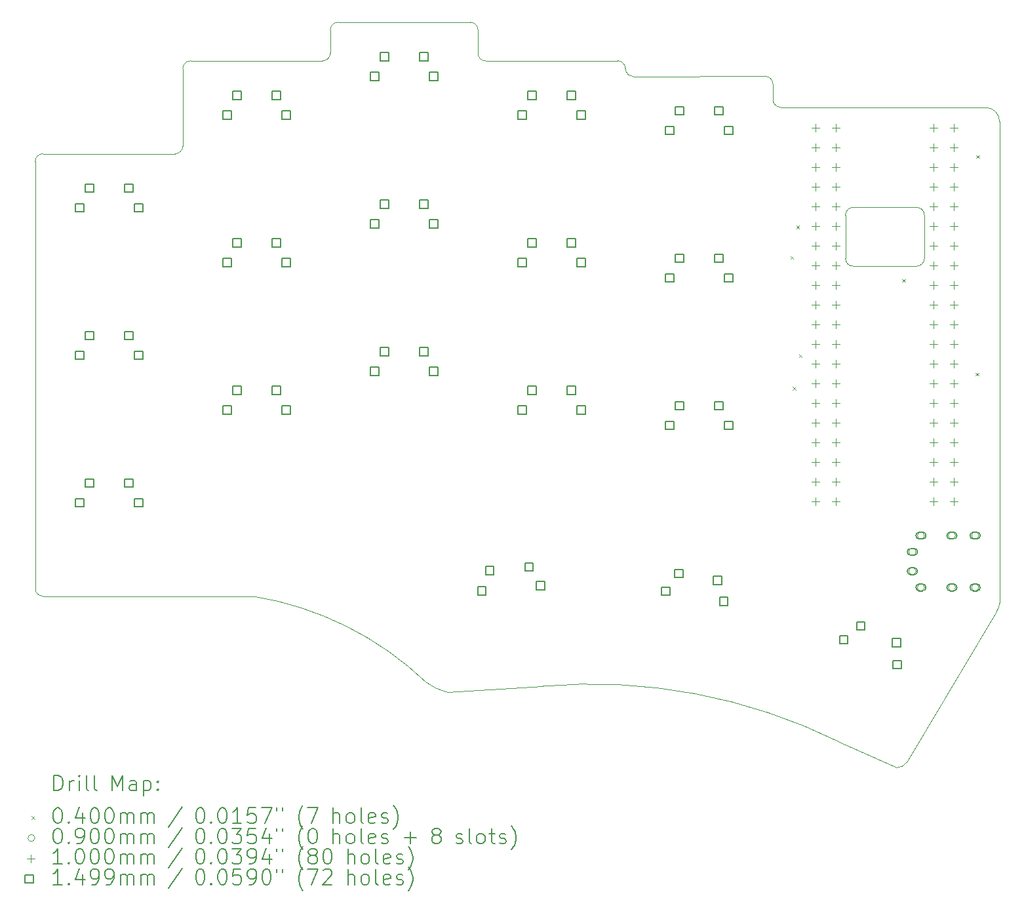
<source format=gbr>
%TF.GenerationSoftware,KiCad,Pcbnew,(7.0.0)*%
%TF.CreationDate,2023-03-01T21:35:38+09:00*%
%TF.ProjectId,keyboard_pcb,6b657962-6f61-4726-945f-7063622e6b69,rev1.0*%
%TF.SameCoordinates,Original*%
%TF.FileFunction,Drillmap*%
%TF.FilePolarity,Positive*%
%FSLAX45Y45*%
G04 Gerber Fmt 4.5, Leading zero omitted, Abs format (unit mm)*
G04 Created by KiCad (PCBNEW (7.0.0)) date 2023-03-01 21:35:38*
%MOMM*%
%LPD*%
G01*
G04 APERTURE LIST*
%ADD10C,0.100000*%
%ADD11C,0.200000*%
%ADD12C,0.040000*%
%ADD13C,0.090000*%
%ADD14C,0.149860*%
G04 APERTURE END LIST*
D10*
X17352500Y-4736560D02*
X17352500Y-4936280D01*
X18290000Y-6990000D02*
X18290000Y-6430000D01*
X20280000Y-5220000D02*
G75*
G03*
X20100000Y-5040000I-180000J0D01*
G01*
X7927500Y-11353260D02*
X10650000Y-11354139D01*
X19082169Y-13496263D02*
X20243404Y-11548790D01*
X7926560Y-5637320D02*
G75*
G03*
X7826560Y-5737320I0J-100000D01*
G01*
X13543691Y-4338189D02*
G75*
G03*
X13643691Y-4438189I99999J-1D01*
G01*
X19210000Y-7090000D02*
X18390000Y-7090000D01*
X13143720Y-12595320D02*
X14378773Y-12515995D01*
X17252500Y-4636560D02*
X15547500Y-4638849D01*
X15447500Y-4535900D02*
G75*
G03*
X15347500Y-4435900I-100000J0D01*
G01*
X18390000Y-6330000D02*
G75*
G03*
X18290000Y-6430000I0J-100000D01*
G01*
X12873698Y-12464409D02*
G75*
G03*
X10649656Y-11356249I-2899898J-3034131D01*
G01*
X11637500Y-4038060D02*
X11637500Y-4336840D01*
X20100000Y-5040000D02*
X17452500Y-5036280D01*
X13543691Y-4338189D02*
X13543849Y-4037651D01*
X19210000Y-7090000D02*
G75*
G03*
X19310000Y-6990000I0J100000D01*
G01*
X11537500Y-4436840D02*
G75*
G03*
X11637500Y-4336840I0J100000D01*
G01*
X9632500Y-5638260D02*
G75*
G03*
X9732500Y-5538260I0J100000D01*
G01*
X19309289Y-6430000D02*
X19310000Y-6990000D01*
X17352500Y-4736560D02*
G75*
G03*
X17252500Y-4636560I-100000J0D01*
G01*
X20243404Y-11548790D02*
G75*
G03*
X20280000Y-11440000I-143404J108790D01*
G01*
X13543849Y-4037651D02*
G75*
G03*
X13443849Y-3937651I-99999J1D01*
G01*
X9732500Y-4538031D02*
X9732500Y-5538260D01*
X9632500Y-5638260D02*
X7926560Y-5637320D01*
X7827500Y-11253260D02*
G75*
G03*
X7927500Y-11353260I100000J0D01*
G01*
X15447500Y-4535900D02*
X15450040Y-4563840D01*
X20280000Y-11440000D02*
X20280000Y-11320000D01*
X18211713Y-13235995D02*
X18950160Y-13568140D01*
X9832500Y-4438030D02*
G75*
G03*
X9732500Y-4538031I0J-100000D01*
G01*
X7826560Y-5737320D02*
X7827500Y-11253260D01*
X19309290Y-6430000D02*
G75*
G03*
X19209289Y-6330000I-100000J0D01*
G01*
X18290000Y-6990000D02*
G75*
G03*
X18390000Y-7090000I100000J0D01*
G01*
X12873698Y-12464409D02*
G75*
G03*
X13143676Y-12592958I450362J598069D01*
G01*
X15450041Y-4563840D02*
G75*
G03*
X15547500Y-4639462I97459J24990D01*
G01*
X13443849Y-3937651D02*
X11737500Y-3938060D01*
X18390000Y-6330000D02*
X19209289Y-6330000D01*
X11537500Y-4436840D02*
X9832500Y-4438031D01*
X20280000Y-11320000D02*
X20280000Y-5220000D01*
X17352500Y-4936280D02*
G75*
G03*
X17452500Y-5036280I100000J0D01*
G01*
X18950160Y-13568141D02*
G75*
G03*
X19083332Y-13497026I1430J157571D01*
G01*
X15347500Y-4435900D02*
X13643691Y-4438189D01*
X11737500Y-3938060D02*
G75*
G03*
X11637500Y-4038060I0J-100000D01*
G01*
X18211713Y-13235995D02*
G75*
G03*
X14378773Y-12515995I-3200547J-6475820D01*
G01*
D11*
D12*
X17580000Y-6960000D02*
X17620000Y-7000000D01*
X17620000Y-6960000D02*
X17580000Y-7000000D01*
X17610000Y-8650000D02*
X17650000Y-8690000D01*
X17650000Y-8650000D02*
X17610000Y-8690000D01*
X17655000Y-6565000D02*
X17695000Y-6605000D01*
X17695000Y-6565000D02*
X17655000Y-6605000D01*
X17690000Y-8230000D02*
X17730000Y-8270000D01*
X17730000Y-8230000D02*
X17690000Y-8270000D01*
X19025000Y-7255000D02*
X19065000Y-7295000D01*
X19065000Y-7255000D02*
X19025000Y-7295000D01*
X19973000Y-8465000D02*
X20013000Y-8505000D01*
X20013000Y-8465000D02*
X19973000Y-8505000D01*
X19978000Y-5656000D02*
X20018000Y-5696000D01*
X20018000Y-5656000D02*
X19978000Y-5696000D01*
D13*
X19200000Y-10780000D02*
G75*
G03*
X19200000Y-10780000I-45000J0D01*
G01*
D11*
X19175000Y-10735000D02*
X19135000Y-10735000D01*
X19135000Y-10735000D02*
G75*
G03*
X19135000Y-10825000I0J-45000D01*
G01*
X19135000Y-10825000D02*
X19175000Y-10825000D01*
X19175000Y-10825000D02*
G75*
G03*
X19175000Y-10735000I0J45000D01*
G01*
D13*
X19200000Y-11030000D02*
G75*
G03*
X19200000Y-11030000I-45000J0D01*
G01*
D11*
X19175000Y-10985000D02*
X19135000Y-10985000D01*
X19135000Y-10985000D02*
G75*
G03*
X19135000Y-11075000I0J-45000D01*
G01*
X19135000Y-11075000D02*
X19175000Y-11075000D01*
X19175000Y-11075000D02*
G75*
G03*
X19175000Y-10985000I0J45000D01*
G01*
D13*
X19310000Y-10570000D02*
G75*
G03*
X19310000Y-10570000I-45000J0D01*
G01*
D11*
X19285000Y-10525000D02*
X19245000Y-10525000D01*
X19245000Y-10525000D02*
G75*
G03*
X19245000Y-10615000I0J-45000D01*
G01*
X19245000Y-10615000D02*
X19285000Y-10615000D01*
X19285000Y-10615000D02*
G75*
G03*
X19285000Y-10525000I0J45000D01*
G01*
D13*
X19310000Y-11240000D02*
G75*
G03*
X19310000Y-11240000I-45000J0D01*
G01*
D11*
X19285000Y-11195000D02*
X19245000Y-11195000D01*
X19245000Y-11195000D02*
G75*
G03*
X19245000Y-11285000I0J-45000D01*
G01*
X19245000Y-11285000D02*
X19285000Y-11285000D01*
X19285000Y-11285000D02*
G75*
G03*
X19285000Y-11195000I0J45000D01*
G01*
D13*
X19710000Y-10570000D02*
G75*
G03*
X19710000Y-10570000I-45000J0D01*
G01*
D11*
X19685000Y-10525000D02*
X19645000Y-10525000D01*
X19645000Y-10525000D02*
G75*
G03*
X19645000Y-10615000I0J-45000D01*
G01*
X19645000Y-10615000D02*
X19685000Y-10615000D01*
X19685000Y-10615000D02*
G75*
G03*
X19685000Y-10525000I0J45000D01*
G01*
D13*
X19710000Y-11240000D02*
G75*
G03*
X19710000Y-11240000I-45000J0D01*
G01*
D11*
X19685000Y-11195000D02*
X19645000Y-11195000D01*
X19645000Y-11195000D02*
G75*
G03*
X19645000Y-11285000I0J-45000D01*
G01*
X19645000Y-11285000D02*
X19685000Y-11285000D01*
X19685000Y-11285000D02*
G75*
G03*
X19685000Y-11195000I0J45000D01*
G01*
D13*
X20010000Y-10570000D02*
G75*
G03*
X20010000Y-10570000I-45000J0D01*
G01*
D11*
X19985000Y-10525000D02*
X19945000Y-10525000D01*
X19945000Y-10525000D02*
G75*
G03*
X19945000Y-10615000I0J-45000D01*
G01*
X19945000Y-10615000D02*
X19985000Y-10615000D01*
X19985000Y-10615000D02*
G75*
G03*
X19985000Y-10525000I0J45000D01*
G01*
D13*
X20010000Y-11240000D02*
G75*
G03*
X20010000Y-11240000I-45000J0D01*
G01*
D11*
X19985000Y-11195000D02*
X19945000Y-11195000D01*
X19945000Y-11195000D02*
G75*
G03*
X19945000Y-11285000I0J-45000D01*
G01*
X19945000Y-11285000D02*
X19985000Y-11285000D01*
X19985000Y-11285000D02*
G75*
G03*
X19985000Y-11195000I0J45000D01*
G01*
D10*
X17903500Y-5252000D02*
X17903500Y-5352000D01*
X17853500Y-5302000D02*
X17953500Y-5302000D01*
X17903500Y-5506000D02*
X17903500Y-5606000D01*
X17853500Y-5556000D02*
X17953500Y-5556000D01*
X17903500Y-5760000D02*
X17903500Y-5860000D01*
X17853500Y-5810000D02*
X17953500Y-5810000D01*
X17903500Y-6014000D02*
X17903500Y-6114000D01*
X17853500Y-6064000D02*
X17953500Y-6064000D01*
X17903500Y-6268000D02*
X17903500Y-6368000D01*
X17853500Y-6318000D02*
X17953500Y-6318000D01*
X17903500Y-6522000D02*
X17903500Y-6622000D01*
X17853500Y-6572000D02*
X17953500Y-6572000D01*
X17903500Y-6776000D02*
X17903500Y-6876000D01*
X17853500Y-6826000D02*
X17953500Y-6826000D01*
X17903500Y-7030000D02*
X17903500Y-7130000D01*
X17853500Y-7080000D02*
X17953500Y-7080000D01*
X17903500Y-7284000D02*
X17903500Y-7384000D01*
X17853500Y-7334000D02*
X17953500Y-7334000D01*
X17903500Y-7538000D02*
X17903500Y-7638000D01*
X17853500Y-7588000D02*
X17953500Y-7588000D01*
X17903500Y-7792000D02*
X17903500Y-7892000D01*
X17853500Y-7842000D02*
X17953500Y-7842000D01*
X17903500Y-8046000D02*
X17903500Y-8146000D01*
X17853500Y-8096000D02*
X17953500Y-8096000D01*
X17903500Y-8300000D02*
X17903500Y-8400000D01*
X17853500Y-8350000D02*
X17953500Y-8350000D01*
X17903500Y-8554000D02*
X17903500Y-8654000D01*
X17853500Y-8604000D02*
X17953500Y-8604000D01*
X17903500Y-8808000D02*
X17903500Y-8908000D01*
X17853500Y-8858000D02*
X17953500Y-8858000D01*
X17903500Y-9062000D02*
X17903500Y-9162000D01*
X17853500Y-9112000D02*
X17953500Y-9112000D01*
X17903500Y-9316000D02*
X17903500Y-9416000D01*
X17853500Y-9366000D02*
X17953500Y-9366000D01*
X17903500Y-9570000D02*
X17903500Y-9670000D01*
X17853500Y-9620000D02*
X17953500Y-9620000D01*
X17903500Y-9824000D02*
X17903500Y-9924000D01*
X17853500Y-9874000D02*
X17953500Y-9874000D01*
X17903500Y-10078000D02*
X17903500Y-10178000D01*
X17853500Y-10128000D02*
X17953500Y-10128000D01*
X18169500Y-5250000D02*
X18169500Y-5350000D01*
X18119500Y-5300000D02*
X18219500Y-5300000D01*
X18169500Y-5504000D02*
X18169500Y-5604000D01*
X18119500Y-5554000D02*
X18219500Y-5554000D01*
X18169500Y-5758000D02*
X18169500Y-5858000D01*
X18119500Y-5808000D02*
X18219500Y-5808000D01*
X18169500Y-6012000D02*
X18169500Y-6112000D01*
X18119500Y-6062000D02*
X18219500Y-6062000D01*
X18169500Y-6266000D02*
X18169500Y-6366000D01*
X18119500Y-6316000D02*
X18219500Y-6316000D01*
X18169500Y-6520000D02*
X18169500Y-6620000D01*
X18119500Y-6570000D02*
X18219500Y-6570000D01*
X18169500Y-6774000D02*
X18169500Y-6874000D01*
X18119500Y-6824000D02*
X18219500Y-6824000D01*
X18169500Y-7028000D02*
X18169500Y-7128000D01*
X18119500Y-7078000D02*
X18219500Y-7078000D01*
X18169500Y-7282000D02*
X18169500Y-7382000D01*
X18119500Y-7332000D02*
X18219500Y-7332000D01*
X18169500Y-7536000D02*
X18169500Y-7636000D01*
X18119500Y-7586000D02*
X18219500Y-7586000D01*
X18169500Y-7790000D02*
X18169500Y-7890000D01*
X18119500Y-7840000D02*
X18219500Y-7840000D01*
X18169500Y-8044000D02*
X18169500Y-8144000D01*
X18119500Y-8094000D02*
X18219500Y-8094000D01*
X18169500Y-8298000D02*
X18169500Y-8398000D01*
X18119500Y-8348000D02*
X18219500Y-8348000D01*
X18169500Y-8552000D02*
X18169500Y-8652000D01*
X18119500Y-8602000D02*
X18219500Y-8602000D01*
X18169500Y-8806000D02*
X18169500Y-8906000D01*
X18119500Y-8856000D02*
X18219500Y-8856000D01*
X18169500Y-9060000D02*
X18169500Y-9160000D01*
X18119500Y-9110000D02*
X18219500Y-9110000D01*
X18169500Y-9314000D02*
X18169500Y-9414000D01*
X18119500Y-9364000D02*
X18219500Y-9364000D01*
X18169500Y-9568000D02*
X18169500Y-9668000D01*
X18119500Y-9618000D02*
X18219500Y-9618000D01*
X18169500Y-9822000D02*
X18169500Y-9922000D01*
X18119500Y-9872000D02*
X18219500Y-9872000D01*
X18169500Y-10076000D02*
X18169500Y-10176000D01*
X18119500Y-10126000D02*
X18219500Y-10126000D01*
X19427500Y-5252000D02*
X19427500Y-5352000D01*
X19377500Y-5302000D02*
X19477500Y-5302000D01*
X19427500Y-5506000D02*
X19427500Y-5606000D01*
X19377500Y-5556000D02*
X19477500Y-5556000D01*
X19427500Y-5760000D02*
X19427500Y-5860000D01*
X19377500Y-5810000D02*
X19477500Y-5810000D01*
X19427500Y-6014000D02*
X19427500Y-6114000D01*
X19377500Y-6064000D02*
X19477500Y-6064000D01*
X19427500Y-6268000D02*
X19427500Y-6368000D01*
X19377500Y-6318000D02*
X19477500Y-6318000D01*
X19427500Y-6522000D02*
X19427500Y-6622000D01*
X19377500Y-6572000D02*
X19477500Y-6572000D01*
X19427500Y-6776000D02*
X19427500Y-6876000D01*
X19377500Y-6826000D02*
X19477500Y-6826000D01*
X19427500Y-7030000D02*
X19427500Y-7130000D01*
X19377500Y-7080000D02*
X19477500Y-7080000D01*
X19427500Y-7284000D02*
X19427500Y-7384000D01*
X19377500Y-7334000D02*
X19477500Y-7334000D01*
X19427500Y-7538000D02*
X19427500Y-7638000D01*
X19377500Y-7588000D02*
X19477500Y-7588000D01*
X19427500Y-7792000D02*
X19427500Y-7892000D01*
X19377500Y-7842000D02*
X19477500Y-7842000D01*
X19427500Y-8046000D02*
X19427500Y-8146000D01*
X19377500Y-8096000D02*
X19477500Y-8096000D01*
X19427500Y-8300000D02*
X19427500Y-8400000D01*
X19377500Y-8350000D02*
X19477500Y-8350000D01*
X19427500Y-8554000D02*
X19427500Y-8654000D01*
X19377500Y-8604000D02*
X19477500Y-8604000D01*
X19427500Y-8808000D02*
X19427500Y-8908000D01*
X19377500Y-8858000D02*
X19477500Y-8858000D01*
X19427500Y-9062000D02*
X19427500Y-9162000D01*
X19377500Y-9112000D02*
X19477500Y-9112000D01*
X19427500Y-9316000D02*
X19427500Y-9416000D01*
X19377500Y-9366000D02*
X19477500Y-9366000D01*
X19427500Y-9570000D02*
X19427500Y-9670000D01*
X19377500Y-9620000D02*
X19477500Y-9620000D01*
X19427500Y-9824000D02*
X19427500Y-9924000D01*
X19377500Y-9874000D02*
X19477500Y-9874000D01*
X19427500Y-10078000D02*
X19427500Y-10178000D01*
X19377500Y-10128000D02*
X19477500Y-10128000D01*
X19693500Y-5250000D02*
X19693500Y-5350000D01*
X19643500Y-5300000D02*
X19743500Y-5300000D01*
X19693500Y-5504000D02*
X19693500Y-5604000D01*
X19643500Y-5554000D02*
X19743500Y-5554000D01*
X19693500Y-5758000D02*
X19693500Y-5858000D01*
X19643500Y-5808000D02*
X19743500Y-5808000D01*
X19693500Y-6012000D02*
X19693500Y-6112000D01*
X19643500Y-6062000D02*
X19743500Y-6062000D01*
X19693500Y-6266000D02*
X19693500Y-6366000D01*
X19643500Y-6316000D02*
X19743500Y-6316000D01*
X19693500Y-6520000D02*
X19693500Y-6620000D01*
X19643500Y-6570000D02*
X19743500Y-6570000D01*
X19693500Y-6774000D02*
X19693500Y-6874000D01*
X19643500Y-6824000D02*
X19743500Y-6824000D01*
X19693500Y-7028000D02*
X19693500Y-7128000D01*
X19643500Y-7078000D02*
X19743500Y-7078000D01*
X19693500Y-7282000D02*
X19693500Y-7382000D01*
X19643500Y-7332000D02*
X19743500Y-7332000D01*
X19693500Y-7536000D02*
X19693500Y-7636000D01*
X19643500Y-7586000D02*
X19743500Y-7586000D01*
X19693500Y-7790000D02*
X19693500Y-7890000D01*
X19643500Y-7840000D02*
X19743500Y-7840000D01*
X19693500Y-8044000D02*
X19693500Y-8144000D01*
X19643500Y-8094000D02*
X19743500Y-8094000D01*
X19693500Y-8298000D02*
X19693500Y-8398000D01*
X19643500Y-8348000D02*
X19743500Y-8348000D01*
X19693500Y-8552000D02*
X19693500Y-8652000D01*
X19643500Y-8602000D02*
X19743500Y-8602000D01*
X19693500Y-8806000D02*
X19693500Y-8906000D01*
X19643500Y-8856000D02*
X19743500Y-8856000D01*
X19693500Y-9060000D02*
X19693500Y-9160000D01*
X19643500Y-9110000D02*
X19743500Y-9110000D01*
X19693500Y-9314000D02*
X19693500Y-9414000D01*
X19643500Y-9364000D02*
X19743500Y-9364000D01*
X19693500Y-9568000D02*
X19693500Y-9668000D01*
X19643500Y-9618000D02*
X19743500Y-9618000D01*
X19693500Y-9822000D02*
X19693500Y-9922000D01*
X19643500Y-9872000D02*
X19743500Y-9872000D01*
X19693500Y-10076000D02*
X19693500Y-10176000D01*
X19643500Y-10126000D02*
X19743500Y-10126000D01*
D14*
X8451984Y-6388984D02*
X8451984Y-6283016D01*
X8346016Y-6283016D01*
X8346016Y-6388984D01*
X8451984Y-6388984D01*
X8451984Y-8293984D02*
X8451984Y-8188016D01*
X8346016Y-8188016D01*
X8346016Y-8293984D01*
X8451984Y-8293984D01*
X8451984Y-10198984D02*
X8451984Y-10093016D01*
X8346016Y-10093016D01*
X8346016Y-10198984D01*
X8451984Y-10198984D01*
X8578984Y-6134984D02*
X8578984Y-6029016D01*
X8473016Y-6029016D01*
X8473016Y-6134984D01*
X8578984Y-6134984D01*
X8578984Y-8039984D02*
X8578984Y-7934016D01*
X8473016Y-7934016D01*
X8473016Y-8039984D01*
X8578984Y-8039984D01*
X8578984Y-9944984D02*
X8578984Y-9839016D01*
X8473016Y-9839016D01*
X8473016Y-9944984D01*
X8578984Y-9944984D01*
X9086984Y-6134984D02*
X9086984Y-6029016D01*
X8981016Y-6029016D01*
X8981016Y-6134984D01*
X9086984Y-6134984D01*
X9086984Y-8039984D02*
X9086984Y-7934016D01*
X8981016Y-7934016D01*
X8981016Y-8039984D01*
X9086984Y-8039984D01*
X9086984Y-9944984D02*
X9086984Y-9839016D01*
X8981016Y-9839016D01*
X8981016Y-9944984D01*
X9086984Y-9944984D01*
X9213984Y-6388984D02*
X9213984Y-6283016D01*
X9108016Y-6283016D01*
X9108016Y-6388984D01*
X9213984Y-6388984D01*
X9213984Y-8293984D02*
X9213984Y-8188016D01*
X9108016Y-8188016D01*
X9108016Y-8293984D01*
X9213984Y-8293984D01*
X9213984Y-10198984D02*
X9213984Y-10093016D01*
X9108016Y-10093016D01*
X9108016Y-10198984D01*
X9213984Y-10198984D01*
X10356984Y-5188984D02*
X10356984Y-5083016D01*
X10251016Y-5083016D01*
X10251016Y-5188984D01*
X10356984Y-5188984D01*
X10356984Y-7093984D02*
X10356984Y-6988016D01*
X10251016Y-6988016D01*
X10251016Y-7093984D01*
X10356984Y-7093984D01*
X10356984Y-8998984D02*
X10356984Y-8893016D01*
X10251016Y-8893016D01*
X10251016Y-8998984D01*
X10356984Y-8998984D01*
X10483984Y-4934984D02*
X10483984Y-4829016D01*
X10378016Y-4829016D01*
X10378016Y-4934984D01*
X10483984Y-4934984D01*
X10483984Y-6839984D02*
X10483984Y-6734016D01*
X10378016Y-6734016D01*
X10378016Y-6839984D01*
X10483984Y-6839984D01*
X10483984Y-8744984D02*
X10483984Y-8639016D01*
X10378016Y-8639016D01*
X10378016Y-8744984D01*
X10483984Y-8744984D01*
X10991984Y-4934984D02*
X10991984Y-4829016D01*
X10886016Y-4829016D01*
X10886016Y-4934984D01*
X10991984Y-4934984D01*
X10991984Y-6839984D02*
X10991984Y-6734016D01*
X10886016Y-6734016D01*
X10886016Y-6839984D01*
X10991984Y-6839984D01*
X10991984Y-8744984D02*
X10991984Y-8639016D01*
X10886016Y-8639016D01*
X10886016Y-8744984D01*
X10991984Y-8744984D01*
X11118984Y-5188984D02*
X11118984Y-5083016D01*
X11013016Y-5083016D01*
X11013016Y-5188984D01*
X11118984Y-5188984D01*
X11118984Y-7093984D02*
X11118984Y-6988016D01*
X11013016Y-6988016D01*
X11013016Y-7093984D01*
X11118984Y-7093984D01*
X11118984Y-8998984D02*
X11118984Y-8893016D01*
X11013016Y-8893016D01*
X11013016Y-8998984D01*
X11118984Y-8998984D01*
X12261984Y-4688984D02*
X12261984Y-4583016D01*
X12156016Y-4583016D01*
X12156016Y-4688984D01*
X12261984Y-4688984D01*
X12261984Y-6593984D02*
X12261984Y-6488016D01*
X12156016Y-6488016D01*
X12156016Y-6593984D01*
X12261984Y-6593984D01*
X12261984Y-8498984D02*
X12261984Y-8393016D01*
X12156016Y-8393016D01*
X12156016Y-8498984D01*
X12261984Y-8498984D01*
X12388984Y-4434984D02*
X12388984Y-4329016D01*
X12283016Y-4329016D01*
X12283016Y-4434984D01*
X12388984Y-4434984D01*
X12388984Y-6339984D02*
X12388984Y-6234016D01*
X12283016Y-6234016D01*
X12283016Y-6339984D01*
X12388984Y-6339984D01*
X12388984Y-8244984D02*
X12388984Y-8139016D01*
X12283016Y-8139016D01*
X12283016Y-8244984D01*
X12388984Y-8244984D01*
X12896984Y-4434984D02*
X12896984Y-4329016D01*
X12791016Y-4329016D01*
X12791016Y-4434984D01*
X12896984Y-4434984D01*
X12896984Y-6339984D02*
X12896984Y-6234016D01*
X12791016Y-6234016D01*
X12791016Y-6339984D01*
X12896984Y-6339984D01*
X12896984Y-8244984D02*
X12896984Y-8139016D01*
X12791016Y-8139016D01*
X12791016Y-8244984D01*
X12896984Y-8244984D01*
X13023984Y-4688984D02*
X13023984Y-4583016D01*
X12918016Y-4583016D01*
X12918016Y-4688984D01*
X13023984Y-4688984D01*
X13023984Y-6593984D02*
X13023984Y-6488016D01*
X12918016Y-6488016D01*
X12918016Y-6593984D01*
X13023984Y-6593984D01*
X13023984Y-8498984D02*
X13023984Y-8393016D01*
X12918016Y-8393016D01*
X12918016Y-8498984D01*
X13023984Y-8498984D01*
X13646296Y-11338157D02*
X13646296Y-11232189D01*
X13540328Y-11232189D01*
X13540328Y-11338157D01*
X13646296Y-11338157D01*
X13750675Y-11074055D02*
X13750675Y-10968087D01*
X13644707Y-10968087D01*
X13644707Y-11074055D01*
X13750675Y-11074055D01*
X14166984Y-5188984D02*
X14166984Y-5083016D01*
X14061016Y-5083016D01*
X14061016Y-5188984D01*
X14166984Y-5188984D01*
X14166984Y-7093984D02*
X14166984Y-6988016D01*
X14061016Y-6988016D01*
X14061016Y-7093984D01*
X14166984Y-7093984D01*
X14166984Y-8998984D02*
X14166984Y-8893016D01*
X14061016Y-8893016D01*
X14061016Y-8998984D01*
X14166984Y-8998984D01*
X14256742Y-11029780D02*
X14256742Y-10923812D01*
X14150774Y-10923812D01*
X14150774Y-11029780D01*
X14256742Y-11029780D01*
X14293984Y-4934984D02*
X14293984Y-4829016D01*
X14188016Y-4829016D01*
X14188016Y-4934984D01*
X14293984Y-4934984D01*
X14293984Y-6839984D02*
X14293984Y-6734016D01*
X14188016Y-6734016D01*
X14188016Y-6839984D01*
X14293984Y-6839984D01*
X14293984Y-8744984D02*
X14293984Y-8639016D01*
X14188016Y-8639016D01*
X14188016Y-8744984D01*
X14293984Y-8744984D01*
X14405397Y-11271744D02*
X14405397Y-11165776D01*
X14299429Y-11165776D01*
X14299429Y-11271744D01*
X14405397Y-11271744D01*
X14801984Y-4934984D02*
X14801984Y-4829016D01*
X14696016Y-4829016D01*
X14696016Y-4934984D01*
X14801984Y-4934984D01*
X14801984Y-6839984D02*
X14801984Y-6734016D01*
X14696016Y-6734016D01*
X14696016Y-6839984D01*
X14801984Y-6839984D01*
X14801984Y-8744984D02*
X14801984Y-8639016D01*
X14696016Y-8639016D01*
X14696016Y-8744984D01*
X14801984Y-8744984D01*
X14928984Y-5188984D02*
X14928984Y-5083016D01*
X14823016Y-5083016D01*
X14823016Y-5188984D01*
X14928984Y-5188984D01*
X14928984Y-7093984D02*
X14928984Y-6988016D01*
X14823016Y-6988016D01*
X14823016Y-7093984D01*
X14928984Y-7093984D01*
X14928984Y-8998984D02*
X14928984Y-8893016D01*
X14823016Y-8893016D01*
X14823016Y-8998984D01*
X14928984Y-8998984D01*
X16021879Y-11341683D02*
X16021879Y-11235715D01*
X15915911Y-11235715D01*
X15915911Y-11341683D01*
X16021879Y-11341683D01*
X16071984Y-5388984D02*
X16071984Y-5283016D01*
X15966016Y-5283016D01*
X15966016Y-5388984D01*
X16071984Y-5388984D01*
X16071984Y-7293984D02*
X16071984Y-7188016D01*
X15966016Y-7188016D01*
X15966016Y-7293984D01*
X16071984Y-7293984D01*
X16071984Y-9198984D02*
X16071984Y-9093016D01*
X15966016Y-9093016D01*
X15966016Y-9198984D01*
X16071984Y-9198984D01*
X16191056Y-11113595D02*
X16191056Y-11007627D01*
X16085088Y-11007627D01*
X16085088Y-11113595D01*
X16191056Y-11113595D01*
X16198984Y-5134984D02*
X16198984Y-5029016D01*
X16093016Y-5029016D01*
X16093016Y-5134984D01*
X16198984Y-5134984D01*
X16198984Y-7039984D02*
X16198984Y-6934016D01*
X16093016Y-6934016D01*
X16093016Y-7039984D01*
X16198984Y-7039984D01*
X16198984Y-8944984D02*
X16198984Y-8839016D01*
X16093016Y-8839016D01*
X16093016Y-8944984D01*
X16198984Y-8944984D01*
X16691338Y-11201808D02*
X16691338Y-11095840D01*
X16585370Y-11095840D01*
X16585370Y-11201808D01*
X16691338Y-11201808D01*
X16706984Y-5134984D02*
X16706984Y-5029016D01*
X16601016Y-5029016D01*
X16601016Y-5134984D01*
X16706984Y-5134984D01*
X16706984Y-7039984D02*
X16706984Y-6934016D01*
X16601016Y-6934016D01*
X16601016Y-7039984D01*
X16706984Y-7039984D01*
X16706984Y-8944984D02*
X16706984Y-8839016D01*
X16601016Y-8839016D01*
X16601016Y-8944984D01*
X16706984Y-8944984D01*
X16772302Y-11474003D02*
X16772302Y-11368035D01*
X16666334Y-11368035D01*
X16666334Y-11474003D01*
X16772302Y-11474003D01*
X16833984Y-5388984D02*
X16833984Y-5283016D01*
X16728016Y-5283016D01*
X16728016Y-5388984D01*
X16833984Y-5388984D01*
X16833984Y-7293984D02*
X16833984Y-7188016D01*
X16728016Y-7188016D01*
X16728016Y-7293984D01*
X16833984Y-7293984D01*
X16833984Y-9198984D02*
X16833984Y-9093016D01*
X16728016Y-9093016D01*
X16728016Y-9198984D01*
X16833984Y-9198984D01*
X18320026Y-11966764D02*
X18320026Y-11860796D01*
X18214058Y-11860796D01*
X18214058Y-11966764D01*
X18320026Y-11966764D01*
X18542472Y-11790235D02*
X18542472Y-11684267D01*
X18436504Y-11684267D01*
X18436504Y-11790235D01*
X18542472Y-11790235D01*
X19002876Y-12004925D02*
X19002876Y-11898957D01*
X18896908Y-11898957D01*
X18896908Y-12004925D01*
X19002876Y-12004925D01*
X19010632Y-12288799D02*
X19010632Y-12182831D01*
X18904664Y-12182831D01*
X18904664Y-12288799D01*
X19010632Y-12288799D01*
D11*
X8069179Y-13866624D02*
X8069179Y-13666624D01*
X8069179Y-13666624D02*
X8116798Y-13666624D01*
X8116798Y-13666624D02*
X8145369Y-13676148D01*
X8145369Y-13676148D02*
X8164417Y-13695195D01*
X8164417Y-13695195D02*
X8173941Y-13714243D01*
X8173941Y-13714243D02*
X8183465Y-13752338D01*
X8183465Y-13752338D02*
X8183465Y-13780910D01*
X8183465Y-13780910D02*
X8173941Y-13819005D01*
X8173941Y-13819005D02*
X8164417Y-13838052D01*
X8164417Y-13838052D02*
X8145369Y-13857100D01*
X8145369Y-13857100D02*
X8116798Y-13866624D01*
X8116798Y-13866624D02*
X8069179Y-13866624D01*
X8269179Y-13866624D02*
X8269179Y-13733290D01*
X8269179Y-13771386D02*
X8278703Y-13752338D01*
X8278703Y-13752338D02*
X8288226Y-13742814D01*
X8288226Y-13742814D02*
X8307274Y-13733290D01*
X8307274Y-13733290D02*
X8326322Y-13733290D01*
X8392988Y-13866624D02*
X8392988Y-13733290D01*
X8392988Y-13666624D02*
X8383465Y-13676148D01*
X8383465Y-13676148D02*
X8392988Y-13685671D01*
X8392988Y-13685671D02*
X8402512Y-13676148D01*
X8402512Y-13676148D02*
X8392988Y-13666624D01*
X8392988Y-13666624D02*
X8392988Y-13685671D01*
X8516798Y-13866624D02*
X8497750Y-13857100D01*
X8497750Y-13857100D02*
X8488227Y-13838052D01*
X8488227Y-13838052D02*
X8488227Y-13666624D01*
X8621560Y-13866624D02*
X8602512Y-13857100D01*
X8602512Y-13857100D02*
X8592988Y-13838052D01*
X8592988Y-13838052D02*
X8592988Y-13666624D01*
X8817750Y-13866624D02*
X8817750Y-13666624D01*
X8817750Y-13666624D02*
X8884417Y-13809481D01*
X8884417Y-13809481D02*
X8951084Y-13666624D01*
X8951084Y-13666624D02*
X8951084Y-13866624D01*
X9132036Y-13866624D02*
X9132036Y-13761862D01*
X9132036Y-13761862D02*
X9122512Y-13742814D01*
X9122512Y-13742814D02*
X9103465Y-13733290D01*
X9103465Y-13733290D02*
X9065369Y-13733290D01*
X9065369Y-13733290D02*
X9046322Y-13742814D01*
X9132036Y-13857100D02*
X9112988Y-13866624D01*
X9112988Y-13866624D02*
X9065369Y-13866624D01*
X9065369Y-13866624D02*
X9046322Y-13857100D01*
X9046322Y-13857100D02*
X9036798Y-13838052D01*
X9036798Y-13838052D02*
X9036798Y-13819005D01*
X9036798Y-13819005D02*
X9046322Y-13799957D01*
X9046322Y-13799957D02*
X9065369Y-13790433D01*
X9065369Y-13790433D02*
X9112988Y-13790433D01*
X9112988Y-13790433D02*
X9132036Y-13780910D01*
X9227274Y-13733290D02*
X9227274Y-13933290D01*
X9227274Y-13742814D02*
X9246322Y-13733290D01*
X9246322Y-13733290D02*
X9284417Y-13733290D01*
X9284417Y-13733290D02*
X9303465Y-13742814D01*
X9303465Y-13742814D02*
X9312988Y-13752338D01*
X9312988Y-13752338D02*
X9322512Y-13771386D01*
X9322512Y-13771386D02*
X9322512Y-13828529D01*
X9322512Y-13828529D02*
X9312988Y-13847576D01*
X9312988Y-13847576D02*
X9303465Y-13857100D01*
X9303465Y-13857100D02*
X9284417Y-13866624D01*
X9284417Y-13866624D02*
X9246322Y-13866624D01*
X9246322Y-13866624D02*
X9227274Y-13857100D01*
X9408227Y-13847576D02*
X9417750Y-13857100D01*
X9417750Y-13857100D02*
X9408227Y-13866624D01*
X9408227Y-13866624D02*
X9398703Y-13857100D01*
X9398703Y-13857100D02*
X9408227Y-13847576D01*
X9408227Y-13847576D02*
X9408227Y-13866624D01*
X9408227Y-13742814D02*
X9417750Y-13752338D01*
X9417750Y-13752338D02*
X9408227Y-13761862D01*
X9408227Y-13761862D02*
X9398703Y-13752338D01*
X9398703Y-13752338D02*
X9408227Y-13742814D01*
X9408227Y-13742814D02*
X9408227Y-13761862D01*
D12*
X7781560Y-14193148D02*
X7821560Y-14233148D01*
X7821560Y-14193148D02*
X7781560Y-14233148D01*
D11*
X8107274Y-14086624D02*
X8126322Y-14086624D01*
X8126322Y-14086624D02*
X8145369Y-14096148D01*
X8145369Y-14096148D02*
X8154893Y-14105671D01*
X8154893Y-14105671D02*
X8164417Y-14124719D01*
X8164417Y-14124719D02*
X8173941Y-14162814D01*
X8173941Y-14162814D02*
X8173941Y-14210433D01*
X8173941Y-14210433D02*
X8164417Y-14248529D01*
X8164417Y-14248529D02*
X8154893Y-14267576D01*
X8154893Y-14267576D02*
X8145369Y-14277100D01*
X8145369Y-14277100D02*
X8126322Y-14286624D01*
X8126322Y-14286624D02*
X8107274Y-14286624D01*
X8107274Y-14286624D02*
X8088226Y-14277100D01*
X8088226Y-14277100D02*
X8078703Y-14267576D01*
X8078703Y-14267576D02*
X8069179Y-14248529D01*
X8069179Y-14248529D02*
X8059655Y-14210433D01*
X8059655Y-14210433D02*
X8059655Y-14162814D01*
X8059655Y-14162814D02*
X8069179Y-14124719D01*
X8069179Y-14124719D02*
X8078703Y-14105671D01*
X8078703Y-14105671D02*
X8088226Y-14096148D01*
X8088226Y-14096148D02*
X8107274Y-14086624D01*
X8259655Y-14267576D02*
X8269179Y-14277100D01*
X8269179Y-14277100D02*
X8259655Y-14286624D01*
X8259655Y-14286624D02*
X8250131Y-14277100D01*
X8250131Y-14277100D02*
X8259655Y-14267576D01*
X8259655Y-14267576D02*
X8259655Y-14286624D01*
X8440608Y-14153290D02*
X8440608Y-14286624D01*
X8392988Y-14077100D02*
X8345369Y-14219957D01*
X8345369Y-14219957D02*
X8469179Y-14219957D01*
X8583465Y-14086624D02*
X8602512Y-14086624D01*
X8602512Y-14086624D02*
X8621560Y-14096148D01*
X8621560Y-14096148D02*
X8631084Y-14105671D01*
X8631084Y-14105671D02*
X8640608Y-14124719D01*
X8640608Y-14124719D02*
X8650131Y-14162814D01*
X8650131Y-14162814D02*
X8650131Y-14210433D01*
X8650131Y-14210433D02*
X8640608Y-14248529D01*
X8640608Y-14248529D02*
X8631084Y-14267576D01*
X8631084Y-14267576D02*
X8621560Y-14277100D01*
X8621560Y-14277100D02*
X8602512Y-14286624D01*
X8602512Y-14286624D02*
X8583465Y-14286624D01*
X8583465Y-14286624D02*
X8564417Y-14277100D01*
X8564417Y-14277100D02*
X8554893Y-14267576D01*
X8554893Y-14267576D02*
X8545369Y-14248529D01*
X8545369Y-14248529D02*
X8535846Y-14210433D01*
X8535846Y-14210433D02*
X8535846Y-14162814D01*
X8535846Y-14162814D02*
X8545369Y-14124719D01*
X8545369Y-14124719D02*
X8554893Y-14105671D01*
X8554893Y-14105671D02*
X8564417Y-14096148D01*
X8564417Y-14096148D02*
X8583465Y-14086624D01*
X8773941Y-14086624D02*
X8792989Y-14086624D01*
X8792989Y-14086624D02*
X8812036Y-14096148D01*
X8812036Y-14096148D02*
X8821560Y-14105671D01*
X8821560Y-14105671D02*
X8831084Y-14124719D01*
X8831084Y-14124719D02*
X8840608Y-14162814D01*
X8840608Y-14162814D02*
X8840608Y-14210433D01*
X8840608Y-14210433D02*
X8831084Y-14248529D01*
X8831084Y-14248529D02*
X8821560Y-14267576D01*
X8821560Y-14267576D02*
X8812036Y-14277100D01*
X8812036Y-14277100D02*
X8792989Y-14286624D01*
X8792989Y-14286624D02*
X8773941Y-14286624D01*
X8773941Y-14286624D02*
X8754893Y-14277100D01*
X8754893Y-14277100D02*
X8745369Y-14267576D01*
X8745369Y-14267576D02*
X8735846Y-14248529D01*
X8735846Y-14248529D02*
X8726322Y-14210433D01*
X8726322Y-14210433D02*
X8726322Y-14162814D01*
X8726322Y-14162814D02*
X8735846Y-14124719D01*
X8735846Y-14124719D02*
X8745369Y-14105671D01*
X8745369Y-14105671D02*
X8754893Y-14096148D01*
X8754893Y-14096148D02*
X8773941Y-14086624D01*
X8926322Y-14286624D02*
X8926322Y-14153290D01*
X8926322Y-14172338D02*
X8935846Y-14162814D01*
X8935846Y-14162814D02*
X8954893Y-14153290D01*
X8954893Y-14153290D02*
X8983465Y-14153290D01*
X8983465Y-14153290D02*
X9002512Y-14162814D01*
X9002512Y-14162814D02*
X9012036Y-14181862D01*
X9012036Y-14181862D02*
X9012036Y-14286624D01*
X9012036Y-14181862D02*
X9021560Y-14162814D01*
X9021560Y-14162814D02*
X9040608Y-14153290D01*
X9040608Y-14153290D02*
X9069179Y-14153290D01*
X9069179Y-14153290D02*
X9088227Y-14162814D01*
X9088227Y-14162814D02*
X9097750Y-14181862D01*
X9097750Y-14181862D02*
X9097750Y-14286624D01*
X9192989Y-14286624D02*
X9192989Y-14153290D01*
X9192989Y-14172338D02*
X9202512Y-14162814D01*
X9202512Y-14162814D02*
X9221560Y-14153290D01*
X9221560Y-14153290D02*
X9250131Y-14153290D01*
X9250131Y-14153290D02*
X9269179Y-14162814D01*
X9269179Y-14162814D02*
X9278703Y-14181862D01*
X9278703Y-14181862D02*
X9278703Y-14286624D01*
X9278703Y-14181862D02*
X9288227Y-14162814D01*
X9288227Y-14162814D02*
X9307274Y-14153290D01*
X9307274Y-14153290D02*
X9335846Y-14153290D01*
X9335846Y-14153290D02*
X9354893Y-14162814D01*
X9354893Y-14162814D02*
X9364417Y-14181862D01*
X9364417Y-14181862D02*
X9364417Y-14286624D01*
X9722512Y-14077100D02*
X9551084Y-14334243D01*
X9947274Y-14086624D02*
X9966322Y-14086624D01*
X9966322Y-14086624D02*
X9985370Y-14096148D01*
X9985370Y-14096148D02*
X9994893Y-14105671D01*
X9994893Y-14105671D02*
X10004417Y-14124719D01*
X10004417Y-14124719D02*
X10013941Y-14162814D01*
X10013941Y-14162814D02*
X10013941Y-14210433D01*
X10013941Y-14210433D02*
X10004417Y-14248529D01*
X10004417Y-14248529D02*
X9994893Y-14267576D01*
X9994893Y-14267576D02*
X9985370Y-14277100D01*
X9985370Y-14277100D02*
X9966322Y-14286624D01*
X9966322Y-14286624D02*
X9947274Y-14286624D01*
X9947274Y-14286624D02*
X9928227Y-14277100D01*
X9928227Y-14277100D02*
X9918703Y-14267576D01*
X9918703Y-14267576D02*
X9909179Y-14248529D01*
X9909179Y-14248529D02*
X9899655Y-14210433D01*
X9899655Y-14210433D02*
X9899655Y-14162814D01*
X9899655Y-14162814D02*
X9909179Y-14124719D01*
X9909179Y-14124719D02*
X9918703Y-14105671D01*
X9918703Y-14105671D02*
X9928227Y-14096148D01*
X9928227Y-14096148D02*
X9947274Y-14086624D01*
X10099655Y-14267576D02*
X10109179Y-14277100D01*
X10109179Y-14277100D02*
X10099655Y-14286624D01*
X10099655Y-14286624D02*
X10090131Y-14277100D01*
X10090131Y-14277100D02*
X10099655Y-14267576D01*
X10099655Y-14267576D02*
X10099655Y-14286624D01*
X10232989Y-14086624D02*
X10252036Y-14086624D01*
X10252036Y-14086624D02*
X10271084Y-14096148D01*
X10271084Y-14096148D02*
X10280608Y-14105671D01*
X10280608Y-14105671D02*
X10290131Y-14124719D01*
X10290131Y-14124719D02*
X10299655Y-14162814D01*
X10299655Y-14162814D02*
X10299655Y-14210433D01*
X10299655Y-14210433D02*
X10290131Y-14248529D01*
X10290131Y-14248529D02*
X10280608Y-14267576D01*
X10280608Y-14267576D02*
X10271084Y-14277100D01*
X10271084Y-14277100D02*
X10252036Y-14286624D01*
X10252036Y-14286624D02*
X10232989Y-14286624D01*
X10232989Y-14286624D02*
X10213941Y-14277100D01*
X10213941Y-14277100D02*
X10204417Y-14267576D01*
X10204417Y-14267576D02*
X10194893Y-14248529D01*
X10194893Y-14248529D02*
X10185370Y-14210433D01*
X10185370Y-14210433D02*
X10185370Y-14162814D01*
X10185370Y-14162814D02*
X10194893Y-14124719D01*
X10194893Y-14124719D02*
X10204417Y-14105671D01*
X10204417Y-14105671D02*
X10213941Y-14096148D01*
X10213941Y-14096148D02*
X10232989Y-14086624D01*
X10490131Y-14286624D02*
X10375846Y-14286624D01*
X10432989Y-14286624D02*
X10432989Y-14086624D01*
X10432989Y-14086624D02*
X10413941Y-14115195D01*
X10413941Y-14115195D02*
X10394893Y-14134243D01*
X10394893Y-14134243D02*
X10375846Y-14143767D01*
X10671084Y-14086624D02*
X10575846Y-14086624D01*
X10575846Y-14086624D02*
X10566322Y-14181862D01*
X10566322Y-14181862D02*
X10575846Y-14172338D01*
X10575846Y-14172338D02*
X10594893Y-14162814D01*
X10594893Y-14162814D02*
X10642512Y-14162814D01*
X10642512Y-14162814D02*
X10661560Y-14172338D01*
X10661560Y-14172338D02*
X10671084Y-14181862D01*
X10671084Y-14181862D02*
X10680608Y-14200910D01*
X10680608Y-14200910D02*
X10680608Y-14248529D01*
X10680608Y-14248529D02*
X10671084Y-14267576D01*
X10671084Y-14267576D02*
X10661560Y-14277100D01*
X10661560Y-14277100D02*
X10642512Y-14286624D01*
X10642512Y-14286624D02*
X10594893Y-14286624D01*
X10594893Y-14286624D02*
X10575846Y-14277100D01*
X10575846Y-14277100D02*
X10566322Y-14267576D01*
X10747274Y-14086624D02*
X10880608Y-14086624D01*
X10880608Y-14086624D02*
X10794893Y-14286624D01*
X10947274Y-14086624D02*
X10947274Y-14124719D01*
X11023465Y-14086624D02*
X11023465Y-14124719D01*
X11286322Y-14362814D02*
X11276798Y-14353290D01*
X11276798Y-14353290D02*
X11257750Y-14324719D01*
X11257750Y-14324719D02*
X11248227Y-14305671D01*
X11248227Y-14305671D02*
X11238703Y-14277100D01*
X11238703Y-14277100D02*
X11229179Y-14229481D01*
X11229179Y-14229481D02*
X11229179Y-14191386D01*
X11229179Y-14191386D02*
X11238703Y-14143767D01*
X11238703Y-14143767D02*
X11248227Y-14115195D01*
X11248227Y-14115195D02*
X11257750Y-14096148D01*
X11257750Y-14096148D02*
X11276798Y-14067576D01*
X11276798Y-14067576D02*
X11286322Y-14058052D01*
X11343465Y-14086624D02*
X11476798Y-14086624D01*
X11476798Y-14086624D02*
X11391084Y-14286624D01*
X11672989Y-14286624D02*
X11672989Y-14086624D01*
X11758703Y-14286624D02*
X11758703Y-14181862D01*
X11758703Y-14181862D02*
X11749179Y-14162814D01*
X11749179Y-14162814D02*
X11730131Y-14153290D01*
X11730131Y-14153290D02*
X11701560Y-14153290D01*
X11701560Y-14153290D02*
X11682512Y-14162814D01*
X11682512Y-14162814D02*
X11672989Y-14172338D01*
X11882512Y-14286624D02*
X11863465Y-14277100D01*
X11863465Y-14277100D02*
X11853941Y-14267576D01*
X11853941Y-14267576D02*
X11844417Y-14248529D01*
X11844417Y-14248529D02*
X11844417Y-14191386D01*
X11844417Y-14191386D02*
X11853941Y-14172338D01*
X11853941Y-14172338D02*
X11863465Y-14162814D01*
X11863465Y-14162814D02*
X11882512Y-14153290D01*
X11882512Y-14153290D02*
X11911084Y-14153290D01*
X11911084Y-14153290D02*
X11930131Y-14162814D01*
X11930131Y-14162814D02*
X11939655Y-14172338D01*
X11939655Y-14172338D02*
X11949179Y-14191386D01*
X11949179Y-14191386D02*
X11949179Y-14248529D01*
X11949179Y-14248529D02*
X11939655Y-14267576D01*
X11939655Y-14267576D02*
X11930131Y-14277100D01*
X11930131Y-14277100D02*
X11911084Y-14286624D01*
X11911084Y-14286624D02*
X11882512Y-14286624D01*
X12063465Y-14286624D02*
X12044417Y-14277100D01*
X12044417Y-14277100D02*
X12034893Y-14258052D01*
X12034893Y-14258052D02*
X12034893Y-14086624D01*
X12215846Y-14277100D02*
X12196798Y-14286624D01*
X12196798Y-14286624D02*
X12158703Y-14286624D01*
X12158703Y-14286624D02*
X12139655Y-14277100D01*
X12139655Y-14277100D02*
X12130131Y-14258052D01*
X12130131Y-14258052D02*
X12130131Y-14181862D01*
X12130131Y-14181862D02*
X12139655Y-14162814D01*
X12139655Y-14162814D02*
X12158703Y-14153290D01*
X12158703Y-14153290D02*
X12196798Y-14153290D01*
X12196798Y-14153290D02*
X12215846Y-14162814D01*
X12215846Y-14162814D02*
X12225370Y-14181862D01*
X12225370Y-14181862D02*
X12225370Y-14200910D01*
X12225370Y-14200910D02*
X12130131Y-14219957D01*
X12301560Y-14277100D02*
X12320608Y-14286624D01*
X12320608Y-14286624D02*
X12358703Y-14286624D01*
X12358703Y-14286624D02*
X12377751Y-14277100D01*
X12377751Y-14277100D02*
X12387274Y-14258052D01*
X12387274Y-14258052D02*
X12387274Y-14248529D01*
X12387274Y-14248529D02*
X12377751Y-14229481D01*
X12377751Y-14229481D02*
X12358703Y-14219957D01*
X12358703Y-14219957D02*
X12330131Y-14219957D01*
X12330131Y-14219957D02*
X12311084Y-14210433D01*
X12311084Y-14210433D02*
X12301560Y-14191386D01*
X12301560Y-14191386D02*
X12301560Y-14181862D01*
X12301560Y-14181862D02*
X12311084Y-14162814D01*
X12311084Y-14162814D02*
X12330131Y-14153290D01*
X12330131Y-14153290D02*
X12358703Y-14153290D01*
X12358703Y-14153290D02*
X12377751Y-14162814D01*
X12453941Y-14362814D02*
X12463465Y-14353290D01*
X12463465Y-14353290D02*
X12482512Y-14324719D01*
X12482512Y-14324719D02*
X12492036Y-14305671D01*
X12492036Y-14305671D02*
X12501560Y-14277100D01*
X12501560Y-14277100D02*
X12511084Y-14229481D01*
X12511084Y-14229481D02*
X12511084Y-14191386D01*
X12511084Y-14191386D02*
X12501560Y-14143767D01*
X12501560Y-14143767D02*
X12492036Y-14115195D01*
X12492036Y-14115195D02*
X12482512Y-14096148D01*
X12482512Y-14096148D02*
X12463465Y-14067576D01*
X12463465Y-14067576D02*
X12453941Y-14058052D01*
D13*
X7821560Y-14477148D02*
G75*
G03*
X7821560Y-14477148I-45000J0D01*
G01*
D11*
X8107274Y-14350624D02*
X8126322Y-14350624D01*
X8126322Y-14350624D02*
X8145369Y-14360148D01*
X8145369Y-14360148D02*
X8154893Y-14369671D01*
X8154893Y-14369671D02*
X8164417Y-14388719D01*
X8164417Y-14388719D02*
X8173941Y-14426814D01*
X8173941Y-14426814D02*
X8173941Y-14474433D01*
X8173941Y-14474433D02*
X8164417Y-14512529D01*
X8164417Y-14512529D02*
X8154893Y-14531576D01*
X8154893Y-14531576D02*
X8145369Y-14541100D01*
X8145369Y-14541100D02*
X8126322Y-14550624D01*
X8126322Y-14550624D02*
X8107274Y-14550624D01*
X8107274Y-14550624D02*
X8088226Y-14541100D01*
X8088226Y-14541100D02*
X8078703Y-14531576D01*
X8078703Y-14531576D02*
X8069179Y-14512529D01*
X8069179Y-14512529D02*
X8059655Y-14474433D01*
X8059655Y-14474433D02*
X8059655Y-14426814D01*
X8059655Y-14426814D02*
X8069179Y-14388719D01*
X8069179Y-14388719D02*
X8078703Y-14369671D01*
X8078703Y-14369671D02*
X8088226Y-14360148D01*
X8088226Y-14360148D02*
X8107274Y-14350624D01*
X8259655Y-14531576D02*
X8269179Y-14541100D01*
X8269179Y-14541100D02*
X8259655Y-14550624D01*
X8259655Y-14550624D02*
X8250131Y-14541100D01*
X8250131Y-14541100D02*
X8259655Y-14531576D01*
X8259655Y-14531576D02*
X8259655Y-14550624D01*
X8364417Y-14550624D02*
X8402512Y-14550624D01*
X8402512Y-14550624D02*
X8421560Y-14541100D01*
X8421560Y-14541100D02*
X8431084Y-14531576D01*
X8431084Y-14531576D02*
X8450131Y-14503005D01*
X8450131Y-14503005D02*
X8459655Y-14464910D01*
X8459655Y-14464910D02*
X8459655Y-14388719D01*
X8459655Y-14388719D02*
X8450131Y-14369671D01*
X8450131Y-14369671D02*
X8440608Y-14360148D01*
X8440608Y-14360148D02*
X8421560Y-14350624D01*
X8421560Y-14350624D02*
X8383465Y-14350624D01*
X8383465Y-14350624D02*
X8364417Y-14360148D01*
X8364417Y-14360148D02*
X8354893Y-14369671D01*
X8354893Y-14369671D02*
X8345369Y-14388719D01*
X8345369Y-14388719D02*
X8345369Y-14436338D01*
X8345369Y-14436338D02*
X8354893Y-14455386D01*
X8354893Y-14455386D02*
X8364417Y-14464910D01*
X8364417Y-14464910D02*
X8383465Y-14474433D01*
X8383465Y-14474433D02*
X8421560Y-14474433D01*
X8421560Y-14474433D02*
X8440608Y-14464910D01*
X8440608Y-14464910D02*
X8450131Y-14455386D01*
X8450131Y-14455386D02*
X8459655Y-14436338D01*
X8583465Y-14350624D02*
X8602512Y-14350624D01*
X8602512Y-14350624D02*
X8621560Y-14360148D01*
X8621560Y-14360148D02*
X8631084Y-14369671D01*
X8631084Y-14369671D02*
X8640608Y-14388719D01*
X8640608Y-14388719D02*
X8650131Y-14426814D01*
X8650131Y-14426814D02*
X8650131Y-14474433D01*
X8650131Y-14474433D02*
X8640608Y-14512529D01*
X8640608Y-14512529D02*
X8631084Y-14531576D01*
X8631084Y-14531576D02*
X8621560Y-14541100D01*
X8621560Y-14541100D02*
X8602512Y-14550624D01*
X8602512Y-14550624D02*
X8583465Y-14550624D01*
X8583465Y-14550624D02*
X8564417Y-14541100D01*
X8564417Y-14541100D02*
X8554893Y-14531576D01*
X8554893Y-14531576D02*
X8545369Y-14512529D01*
X8545369Y-14512529D02*
X8535846Y-14474433D01*
X8535846Y-14474433D02*
X8535846Y-14426814D01*
X8535846Y-14426814D02*
X8545369Y-14388719D01*
X8545369Y-14388719D02*
X8554893Y-14369671D01*
X8554893Y-14369671D02*
X8564417Y-14360148D01*
X8564417Y-14360148D02*
X8583465Y-14350624D01*
X8773941Y-14350624D02*
X8792989Y-14350624D01*
X8792989Y-14350624D02*
X8812036Y-14360148D01*
X8812036Y-14360148D02*
X8821560Y-14369671D01*
X8821560Y-14369671D02*
X8831084Y-14388719D01*
X8831084Y-14388719D02*
X8840608Y-14426814D01*
X8840608Y-14426814D02*
X8840608Y-14474433D01*
X8840608Y-14474433D02*
X8831084Y-14512529D01*
X8831084Y-14512529D02*
X8821560Y-14531576D01*
X8821560Y-14531576D02*
X8812036Y-14541100D01*
X8812036Y-14541100D02*
X8792989Y-14550624D01*
X8792989Y-14550624D02*
X8773941Y-14550624D01*
X8773941Y-14550624D02*
X8754893Y-14541100D01*
X8754893Y-14541100D02*
X8745369Y-14531576D01*
X8745369Y-14531576D02*
X8735846Y-14512529D01*
X8735846Y-14512529D02*
X8726322Y-14474433D01*
X8726322Y-14474433D02*
X8726322Y-14426814D01*
X8726322Y-14426814D02*
X8735846Y-14388719D01*
X8735846Y-14388719D02*
X8745369Y-14369671D01*
X8745369Y-14369671D02*
X8754893Y-14360148D01*
X8754893Y-14360148D02*
X8773941Y-14350624D01*
X8926322Y-14550624D02*
X8926322Y-14417290D01*
X8926322Y-14436338D02*
X8935846Y-14426814D01*
X8935846Y-14426814D02*
X8954893Y-14417290D01*
X8954893Y-14417290D02*
X8983465Y-14417290D01*
X8983465Y-14417290D02*
X9002512Y-14426814D01*
X9002512Y-14426814D02*
X9012036Y-14445862D01*
X9012036Y-14445862D02*
X9012036Y-14550624D01*
X9012036Y-14445862D02*
X9021560Y-14426814D01*
X9021560Y-14426814D02*
X9040608Y-14417290D01*
X9040608Y-14417290D02*
X9069179Y-14417290D01*
X9069179Y-14417290D02*
X9088227Y-14426814D01*
X9088227Y-14426814D02*
X9097750Y-14445862D01*
X9097750Y-14445862D02*
X9097750Y-14550624D01*
X9192989Y-14550624D02*
X9192989Y-14417290D01*
X9192989Y-14436338D02*
X9202512Y-14426814D01*
X9202512Y-14426814D02*
X9221560Y-14417290D01*
X9221560Y-14417290D02*
X9250131Y-14417290D01*
X9250131Y-14417290D02*
X9269179Y-14426814D01*
X9269179Y-14426814D02*
X9278703Y-14445862D01*
X9278703Y-14445862D02*
X9278703Y-14550624D01*
X9278703Y-14445862D02*
X9288227Y-14426814D01*
X9288227Y-14426814D02*
X9307274Y-14417290D01*
X9307274Y-14417290D02*
X9335846Y-14417290D01*
X9335846Y-14417290D02*
X9354893Y-14426814D01*
X9354893Y-14426814D02*
X9364417Y-14445862D01*
X9364417Y-14445862D02*
X9364417Y-14550624D01*
X9722512Y-14341100D02*
X9551084Y-14598243D01*
X9947274Y-14350624D02*
X9966322Y-14350624D01*
X9966322Y-14350624D02*
X9985370Y-14360148D01*
X9985370Y-14360148D02*
X9994893Y-14369671D01*
X9994893Y-14369671D02*
X10004417Y-14388719D01*
X10004417Y-14388719D02*
X10013941Y-14426814D01*
X10013941Y-14426814D02*
X10013941Y-14474433D01*
X10013941Y-14474433D02*
X10004417Y-14512529D01*
X10004417Y-14512529D02*
X9994893Y-14531576D01*
X9994893Y-14531576D02*
X9985370Y-14541100D01*
X9985370Y-14541100D02*
X9966322Y-14550624D01*
X9966322Y-14550624D02*
X9947274Y-14550624D01*
X9947274Y-14550624D02*
X9928227Y-14541100D01*
X9928227Y-14541100D02*
X9918703Y-14531576D01*
X9918703Y-14531576D02*
X9909179Y-14512529D01*
X9909179Y-14512529D02*
X9899655Y-14474433D01*
X9899655Y-14474433D02*
X9899655Y-14426814D01*
X9899655Y-14426814D02*
X9909179Y-14388719D01*
X9909179Y-14388719D02*
X9918703Y-14369671D01*
X9918703Y-14369671D02*
X9928227Y-14360148D01*
X9928227Y-14360148D02*
X9947274Y-14350624D01*
X10099655Y-14531576D02*
X10109179Y-14541100D01*
X10109179Y-14541100D02*
X10099655Y-14550624D01*
X10099655Y-14550624D02*
X10090131Y-14541100D01*
X10090131Y-14541100D02*
X10099655Y-14531576D01*
X10099655Y-14531576D02*
X10099655Y-14550624D01*
X10232989Y-14350624D02*
X10252036Y-14350624D01*
X10252036Y-14350624D02*
X10271084Y-14360148D01*
X10271084Y-14360148D02*
X10280608Y-14369671D01*
X10280608Y-14369671D02*
X10290131Y-14388719D01*
X10290131Y-14388719D02*
X10299655Y-14426814D01*
X10299655Y-14426814D02*
X10299655Y-14474433D01*
X10299655Y-14474433D02*
X10290131Y-14512529D01*
X10290131Y-14512529D02*
X10280608Y-14531576D01*
X10280608Y-14531576D02*
X10271084Y-14541100D01*
X10271084Y-14541100D02*
X10252036Y-14550624D01*
X10252036Y-14550624D02*
X10232989Y-14550624D01*
X10232989Y-14550624D02*
X10213941Y-14541100D01*
X10213941Y-14541100D02*
X10204417Y-14531576D01*
X10204417Y-14531576D02*
X10194893Y-14512529D01*
X10194893Y-14512529D02*
X10185370Y-14474433D01*
X10185370Y-14474433D02*
X10185370Y-14426814D01*
X10185370Y-14426814D02*
X10194893Y-14388719D01*
X10194893Y-14388719D02*
X10204417Y-14369671D01*
X10204417Y-14369671D02*
X10213941Y-14360148D01*
X10213941Y-14360148D02*
X10232989Y-14350624D01*
X10366322Y-14350624D02*
X10490131Y-14350624D01*
X10490131Y-14350624D02*
X10423465Y-14426814D01*
X10423465Y-14426814D02*
X10452036Y-14426814D01*
X10452036Y-14426814D02*
X10471084Y-14436338D01*
X10471084Y-14436338D02*
X10480608Y-14445862D01*
X10480608Y-14445862D02*
X10490131Y-14464910D01*
X10490131Y-14464910D02*
X10490131Y-14512529D01*
X10490131Y-14512529D02*
X10480608Y-14531576D01*
X10480608Y-14531576D02*
X10471084Y-14541100D01*
X10471084Y-14541100D02*
X10452036Y-14550624D01*
X10452036Y-14550624D02*
X10394893Y-14550624D01*
X10394893Y-14550624D02*
X10375846Y-14541100D01*
X10375846Y-14541100D02*
X10366322Y-14531576D01*
X10671084Y-14350624D02*
X10575846Y-14350624D01*
X10575846Y-14350624D02*
X10566322Y-14445862D01*
X10566322Y-14445862D02*
X10575846Y-14436338D01*
X10575846Y-14436338D02*
X10594893Y-14426814D01*
X10594893Y-14426814D02*
X10642512Y-14426814D01*
X10642512Y-14426814D02*
X10661560Y-14436338D01*
X10661560Y-14436338D02*
X10671084Y-14445862D01*
X10671084Y-14445862D02*
X10680608Y-14464910D01*
X10680608Y-14464910D02*
X10680608Y-14512529D01*
X10680608Y-14512529D02*
X10671084Y-14531576D01*
X10671084Y-14531576D02*
X10661560Y-14541100D01*
X10661560Y-14541100D02*
X10642512Y-14550624D01*
X10642512Y-14550624D02*
X10594893Y-14550624D01*
X10594893Y-14550624D02*
X10575846Y-14541100D01*
X10575846Y-14541100D02*
X10566322Y-14531576D01*
X10852036Y-14417290D02*
X10852036Y-14550624D01*
X10804417Y-14341100D02*
X10756798Y-14483957D01*
X10756798Y-14483957D02*
X10880608Y-14483957D01*
X10947274Y-14350624D02*
X10947274Y-14388719D01*
X11023465Y-14350624D02*
X11023465Y-14388719D01*
X11286322Y-14626814D02*
X11276798Y-14617290D01*
X11276798Y-14617290D02*
X11257750Y-14588719D01*
X11257750Y-14588719D02*
X11248227Y-14569671D01*
X11248227Y-14569671D02*
X11238703Y-14541100D01*
X11238703Y-14541100D02*
X11229179Y-14493481D01*
X11229179Y-14493481D02*
X11229179Y-14455386D01*
X11229179Y-14455386D02*
X11238703Y-14407767D01*
X11238703Y-14407767D02*
X11248227Y-14379195D01*
X11248227Y-14379195D02*
X11257750Y-14360148D01*
X11257750Y-14360148D02*
X11276798Y-14331576D01*
X11276798Y-14331576D02*
X11286322Y-14322052D01*
X11400608Y-14350624D02*
X11419655Y-14350624D01*
X11419655Y-14350624D02*
X11438703Y-14360148D01*
X11438703Y-14360148D02*
X11448227Y-14369671D01*
X11448227Y-14369671D02*
X11457750Y-14388719D01*
X11457750Y-14388719D02*
X11467274Y-14426814D01*
X11467274Y-14426814D02*
X11467274Y-14474433D01*
X11467274Y-14474433D02*
X11457750Y-14512529D01*
X11457750Y-14512529D02*
X11448227Y-14531576D01*
X11448227Y-14531576D02*
X11438703Y-14541100D01*
X11438703Y-14541100D02*
X11419655Y-14550624D01*
X11419655Y-14550624D02*
X11400608Y-14550624D01*
X11400608Y-14550624D02*
X11381560Y-14541100D01*
X11381560Y-14541100D02*
X11372036Y-14531576D01*
X11372036Y-14531576D02*
X11362512Y-14512529D01*
X11362512Y-14512529D02*
X11352989Y-14474433D01*
X11352989Y-14474433D02*
X11352989Y-14426814D01*
X11352989Y-14426814D02*
X11362512Y-14388719D01*
X11362512Y-14388719D02*
X11372036Y-14369671D01*
X11372036Y-14369671D02*
X11381560Y-14360148D01*
X11381560Y-14360148D02*
X11400608Y-14350624D01*
X11672989Y-14550624D02*
X11672989Y-14350624D01*
X11758703Y-14550624D02*
X11758703Y-14445862D01*
X11758703Y-14445862D02*
X11749179Y-14426814D01*
X11749179Y-14426814D02*
X11730131Y-14417290D01*
X11730131Y-14417290D02*
X11701560Y-14417290D01*
X11701560Y-14417290D02*
X11682512Y-14426814D01*
X11682512Y-14426814D02*
X11672989Y-14436338D01*
X11882512Y-14550624D02*
X11863465Y-14541100D01*
X11863465Y-14541100D02*
X11853941Y-14531576D01*
X11853941Y-14531576D02*
X11844417Y-14512529D01*
X11844417Y-14512529D02*
X11844417Y-14455386D01*
X11844417Y-14455386D02*
X11853941Y-14436338D01*
X11853941Y-14436338D02*
X11863465Y-14426814D01*
X11863465Y-14426814D02*
X11882512Y-14417290D01*
X11882512Y-14417290D02*
X11911084Y-14417290D01*
X11911084Y-14417290D02*
X11930131Y-14426814D01*
X11930131Y-14426814D02*
X11939655Y-14436338D01*
X11939655Y-14436338D02*
X11949179Y-14455386D01*
X11949179Y-14455386D02*
X11949179Y-14512529D01*
X11949179Y-14512529D02*
X11939655Y-14531576D01*
X11939655Y-14531576D02*
X11930131Y-14541100D01*
X11930131Y-14541100D02*
X11911084Y-14550624D01*
X11911084Y-14550624D02*
X11882512Y-14550624D01*
X12063465Y-14550624D02*
X12044417Y-14541100D01*
X12044417Y-14541100D02*
X12034893Y-14522052D01*
X12034893Y-14522052D02*
X12034893Y-14350624D01*
X12215846Y-14541100D02*
X12196798Y-14550624D01*
X12196798Y-14550624D02*
X12158703Y-14550624D01*
X12158703Y-14550624D02*
X12139655Y-14541100D01*
X12139655Y-14541100D02*
X12130131Y-14522052D01*
X12130131Y-14522052D02*
X12130131Y-14445862D01*
X12130131Y-14445862D02*
X12139655Y-14426814D01*
X12139655Y-14426814D02*
X12158703Y-14417290D01*
X12158703Y-14417290D02*
X12196798Y-14417290D01*
X12196798Y-14417290D02*
X12215846Y-14426814D01*
X12215846Y-14426814D02*
X12225370Y-14445862D01*
X12225370Y-14445862D02*
X12225370Y-14464910D01*
X12225370Y-14464910D02*
X12130131Y-14483957D01*
X12301560Y-14541100D02*
X12320608Y-14550624D01*
X12320608Y-14550624D02*
X12358703Y-14550624D01*
X12358703Y-14550624D02*
X12377751Y-14541100D01*
X12377751Y-14541100D02*
X12387274Y-14522052D01*
X12387274Y-14522052D02*
X12387274Y-14512529D01*
X12387274Y-14512529D02*
X12377751Y-14493481D01*
X12377751Y-14493481D02*
X12358703Y-14483957D01*
X12358703Y-14483957D02*
X12330131Y-14483957D01*
X12330131Y-14483957D02*
X12311084Y-14474433D01*
X12311084Y-14474433D02*
X12301560Y-14455386D01*
X12301560Y-14455386D02*
X12301560Y-14445862D01*
X12301560Y-14445862D02*
X12311084Y-14426814D01*
X12311084Y-14426814D02*
X12330131Y-14417290D01*
X12330131Y-14417290D02*
X12358703Y-14417290D01*
X12358703Y-14417290D02*
X12377751Y-14426814D01*
X12592989Y-14474433D02*
X12745370Y-14474433D01*
X12669179Y-14550624D02*
X12669179Y-14398243D01*
X12989179Y-14436338D02*
X12970131Y-14426814D01*
X12970131Y-14426814D02*
X12960608Y-14417290D01*
X12960608Y-14417290D02*
X12951084Y-14398243D01*
X12951084Y-14398243D02*
X12951084Y-14388719D01*
X12951084Y-14388719D02*
X12960608Y-14369671D01*
X12960608Y-14369671D02*
X12970131Y-14360148D01*
X12970131Y-14360148D02*
X12989179Y-14350624D01*
X12989179Y-14350624D02*
X13027274Y-14350624D01*
X13027274Y-14350624D02*
X13046322Y-14360148D01*
X13046322Y-14360148D02*
X13055846Y-14369671D01*
X13055846Y-14369671D02*
X13065370Y-14388719D01*
X13065370Y-14388719D02*
X13065370Y-14398243D01*
X13065370Y-14398243D02*
X13055846Y-14417290D01*
X13055846Y-14417290D02*
X13046322Y-14426814D01*
X13046322Y-14426814D02*
X13027274Y-14436338D01*
X13027274Y-14436338D02*
X12989179Y-14436338D01*
X12989179Y-14436338D02*
X12970131Y-14445862D01*
X12970131Y-14445862D02*
X12960608Y-14455386D01*
X12960608Y-14455386D02*
X12951084Y-14474433D01*
X12951084Y-14474433D02*
X12951084Y-14512529D01*
X12951084Y-14512529D02*
X12960608Y-14531576D01*
X12960608Y-14531576D02*
X12970131Y-14541100D01*
X12970131Y-14541100D02*
X12989179Y-14550624D01*
X12989179Y-14550624D02*
X13027274Y-14550624D01*
X13027274Y-14550624D02*
X13046322Y-14541100D01*
X13046322Y-14541100D02*
X13055846Y-14531576D01*
X13055846Y-14531576D02*
X13065370Y-14512529D01*
X13065370Y-14512529D02*
X13065370Y-14474433D01*
X13065370Y-14474433D02*
X13055846Y-14455386D01*
X13055846Y-14455386D02*
X13046322Y-14445862D01*
X13046322Y-14445862D02*
X13027274Y-14436338D01*
X13261560Y-14541100D02*
X13280608Y-14550624D01*
X13280608Y-14550624D02*
X13318703Y-14550624D01*
X13318703Y-14550624D02*
X13337751Y-14541100D01*
X13337751Y-14541100D02*
X13347274Y-14522052D01*
X13347274Y-14522052D02*
X13347274Y-14512529D01*
X13347274Y-14512529D02*
X13337751Y-14493481D01*
X13337751Y-14493481D02*
X13318703Y-14483957D01*
X13318703Y-14483957D02*
X13290131Y-14483957D01*
X13290131Y-14483957D02*
X13271084Y-14474433D01*
X13271084Y-14474433D02*
X13261560Y-14455386D01*
X13261560Y-14455386D02*
X13261560Y-14445862D01*
X13261560Y-14445862D02*
X13271084Y-14426814D01*
X13271084Y-14426814D02*
X13290131Y-14417290D01*
X13290131Y-14417290D02*
X13318703Y-14417290D01*
X13318703Y-14417290D02*
X13337751Y-14426814D01*
X13461560Y-14550624D02*
X13442512Y-14541100D01*
X13442512Y-14541100D02*
X13432989Y-14522052D01*
X13432989Y-14522052D02*
X13432989Y-14350624D01*
X13566322Y-14550624D02*
X13547274Y-14541100D01*
X13547274Y-14541100D02*
X13537751Y-14531576D01*
X13537751Y-14531576D02*
X13528227Y-14512529D01*
X13528227Y-14512529D02*
X13528227Y-14455386D01*
X13528227Y-14455386D02*
X13537751Y-14436338D01*
X13537751Y-14436338D02*
X13547274Y-14426814D01*
X13547274Y-14426814D02*
X13566322Y-14417290D01*
X13566322Y-14417290D02*
X13594893Y-14417290D01*
X13594893Y-14417290D02*
X13613941Y-14426814D01*
X13613941Y-14426814D02*
X13623465Y-14436338D01*
X13623465Y-14436338D02*
X13632989Y-14455386D01*
X13632989Y-14455386D02*
X13632989Y-14512529D01*
X13632989Y-14512529D02*
X13623465Y-14531576D01*
X13623465Y-14531576D02*
X13613941Y-14541100D01*
X13613941Y-14541100D02*
X13594893Y-14550624D01*
X13594893Y-14550624D02*
X13566322Y-14550624D01*
X13690132Y-14417290D02*
X13766322Y-14417290D01*
X13718703Y-14350624D02*
X13718703Y-14522052D01*
X13718703Y-14522052D02*
X13728227Y-14541100D01*
X13728227Y-14541100D02*
X13747274Y-14550624D01*
X13747274Y-14550624D02*
X13766322Y-14550624D01*
X13823465Y-14541100D02*
X13842512Y-14550624D01*
X13842512Y-14550624D02*
X13880608Y-14550624D01*
X13880608Y-14550624D02*
X13899655Y-14541100D01*
X13899655Y-14541100D02*
X13909179Y-14522052D01*
X13909179Y-14522052D02*
X13909179Y-14512529D01*
X13909179Y-14512529D02*
X13899655Y-14493481D01*
X13899655Y-14493481D02*
X13880608Y-14483957D01*
X13880608Y-14483957D02*
X13852036Y-14483957D01*
X13852036Y-14483957D02*
X13832989Y-14474433D01*
X13832989Y-14474433D02*
X13823465Y-14455386D01*
X13823465Y-14455386D02*
X13823465Y-14445862D01*
X13823465Y-14445862D02*
X13832989Y-14426814D01*
X13832989Y-14426814D02*
X13852036Y-14417290D01*
X13852036Y-14417290D02*
X13880608Y-14417290D01*
X13880608Y-14417290D02*
X13899655Y-14426814D01*
X13975846Y-14626814D02*
X13985370Y-14617290D01*
X13985370Y-14617290D02*
X14004417Y-14588719D01*
X14004417Y-14588719D02*
X14013941Y-14569671D01*
X14013941Y-14569671D02*
X14023465Y-14541100D01*
X14023465Y-14541100D02*
X14032989Y-14493481D01*
X14032989Y-14493481D02*
X14032989Y-14455386D01*
X14032989Y-14455386D02*
X14023465Y-14407767D01*
X14023465Y-14407767D02*
X14013941Y-14379195D01*
X14013941Y-14379195D02*
X14004417Y-14360148D01*
X14004417Y-14360148D02*
X13985370Y-14331576D01*
X13985370Y-14331576D02*
X13975846Y-14322052D01*
D10*
X7771560Y-14691148D02*
X7771560Y-14791148D01*
X7721560Y-14741148D02*
X7821560Y-14741148D01*
D11*
X8173941Y-14814624D02*
X8059655Y-14814624D01*
X8116798Y-14814624D02*
X8116798Y-14614624D01*
X8116798Y-14614624D02*
X8097750Y-14643195D01*
X8097750Y-14643195D02*
X8078703Y-14662243D01*
X8078703Y-14662243D02*
X8059655Y-14671767D01*
X8259655Y-14795576D02*
X8269179Y-14805100D01*
X8269179Y-14805100D02*
X8259655Y-14814624D01*
X8259655Y-14814624D02*
X8250131Y-14805100D01*
X8250131Y-14805100D02*
X8259655Y-14795576D01*
X8259655Y-14795576D02*
X8259655Y-14814624D01*
X8392988Y-14614624D02*
X8412036Y-14614624D01*
X8412036Y-14614624D02*
X8431084Y-14624148D01*
X8431084Y-14624148D02*
X8440608Y-14633671D01*
X8440608Y-14633671D02*
X8450131Y-14652719D01*
X8450131Y-14652719D02*
X8459655Y-14690814D01*
X8459655Y-14690814D02*
X8459655Y-14738433D01*
X8459655Y-14738433D02*
X8450131Y-14776529D01*
X8450131Y-14776529D02*
X8440608Y-14795576D01*
X8440608Y-14795576D02*
X8431084Y-14805100D01*
X8431084Y-14805100D02*
X8412036Y-14814624D01*
X8412036Y-14814624D02*
X8392988Y-14814624D01*
X8392988Y-14814624D02*
X8373941Y-14805100D01*
X8373941Y-14805100D02*
X8364417Y-14795576D01*
X8364417Y-14795576D02*
X8354893Y-14776529D01*
X8354893Y-14776529D02*
X8345369Y-14738433D01*
X8345369Y-14738433D02*
X8345369Y-14690814D01*
X8345369Y-14690814D02*
X8354893Y-14652719D01*
X8354893Y-14652719D02*
X8364417Y-14633671D01*
X8364417Y-14633671D02*
X8373941Y-14624148D01*
X8373941Y-14624148D02*
X8392988Y-14614624D01*
X8583465Y-14614624D02*
X8602512Y-14614624D01*
X8602512Y-14614624D02*
X8621560Y-14624148D01*
X8621560Y-14624148D02*
X8631084Y-14633671D01*
X8631084Y-14633671D02*
X8640608Y-14652719D01*
X8640608Y-14652719D02*
X8650131Y-14690814D01*
X8650131Y-14690814D02*
X8650131Y-14738433D01*
X8650131Y-14738433D02*
X8640608Y-14776529D01*
X8640608Y-14776529D02*
X8631084Y-14795576D01*
X8631084Y-14795576D02*
X8621560Y-14805100D01*
X8621560Y-14805100D02*
X8602512Y-14814624D01*
X8602512Y-14814624D02*
X8583465Y-14814624D01*
X8583465Y-14814624D02*
X8564417Y-14805100D01*
X8564417Y-14805100D02*
X8554893Y-14795576D01*
X8554893Y-14795576D02*
X8545369Y-14776529D01*
X8545369Y-14776529D02*
X8535846Y-14738433D01*
X8535846Y-14738433D02*
X8535846Y-14690814D01*
X8535846Y-14690814D02*
X8545369Y-14652719D01*
X8545369Y-14652719D02*
X8554893Y-14633671D01*
X8554893Y-14633671D02*
X8564417Y-14624148D01*
X8564417Y-14624148D02*
X8583465Y-14614624D01*
X8773941Y-14614624D02*
X8792989Y-14614624D01*
X8792989Y-14614624D02*
X8812036Y-14624148D01*
X8812036Y-14624148D02*
X8821560Y-14633671D01*
X8821560Y-14633671D02*
X8831084Y-14652719D01*
X8831084Y-14652719D02*
X8840608Y-14690814D01*
X8840608Y-14690814D02*
X8840608Y-14738433D01*
X8840608Y-14738433D02*
X8831084Y-14776529D01*
X8831084Y-14776529D02*
X8821560Y-14795576D01*
X8821560Y-14795576D02*
X8812036Y-14805100D01*
X8812036Y-14805100D02*
X8792989Y-14814624D01*
X8792989Y-14814624D02*
X8773941Y-14814624D01*
X8773941Y-14814624D02*
X8754893Y-14805100D01*
X8754893Y-14805100D02*
X8745369Y-14795576D01*
X8745369Y-14795576D02*
X8735846Y-14776529D01*
X8735846Y-14776529D02*
X8726322Y-14738433D01*
X8726322Y-14738433D02*
X8726322Y-14690814D01*
X8726322Y-14690814D02*
X8735846Y-14652719D01*
X8735846Y-14652719D02*
X8745369Y-14633671D01*
X8745369Y-14633671D02*
X8754893Y-14624148D01*
X8754893Y-14624148D02*
X8773941Y-14614624D01*
X8926322Y-14814624D02*
X8926322Y-14681290D01*
X8926322Y-14700338D02*
X8935846Y-14690814D01*
X8935846Y-14690814D02*
X8954893Y-14681290D01*
X8954893Y-14681290D02*
X8983465Y-14681290D01*
X8983465Y-14681290D02*
X9002512Y-14690814D01*
X9002512Y-14690814D02*
X9012036Y-14709862D01*
X9012036Y-14709862D02*
X9012036Y-14814624D01*
X9012036Y-14709862D02*
X9021560Y-14690814D01*
X9021560Y-14690814D02*
X9040608Y-14681290D01*
X9040608Y-14681290D02*
X9069179Y-14681290D01*
X9069179Y-14681290D02*
X9088227Y-14690814D01*
X9088227Y-14690814D02*
X9097750Y-14709862D01*
X9097750Y-14709862D02*
X9097750Y-14814624D01*
X9192989Y-14814624D02*
X9192989Y-14681290D01*
X9192989Y-14700338D02*
X9202512Y-14690814D01*
X9202512Y-14690814D02*
X9221560Y-14681290D01*
X9221560Y-14681290D02*
X9250131Y-14681290D01*
X9250131Y-14681290D02*
X9269179Y-14690814D01*
X9269179Y-14690814D02*
X9278703Y-14709862D01*
X9278703Y-14709862D02*
X9278703Y-14814624D01*
X9278703Y-14709862D02*
X9288227Y-14690814D01*
X9288227Y-14690814D02*
X9307274Y-14681290D01*
X9307274Y-14681290D02*
X9335846Y-14681290D01*
X9335846Y-14681290D02*
X9354893Y-14690814D01*
X9354893Y-14690814D02*
X9364417Y-14709862D01*
X9364417Y-14709862D02*
X9364417Y-14814624D01*
X9722512Y-14605100D02*
X9551084Y-14862243D01*
X9947274Y-14614624D02*
X9966322Y-14614624D01*
X9966322Y-14614624D02*
X9985370Y-14624148D01*
X9985370Y-14624148D02*
X9994893Y-14633671D01*
X9994893Y-14633671D02*
X10004417Y-14652719D01*
X10004417Y-14652719D02*
X10013941Y-14690814D01*
X10013941Y-14690814D02*
X10013941Y-14738433D01*
X10013941Y-14738433D02*
X10004417Y-14776529D01*
X10004417Y-14776529D02*
X9994893Y-14795576D01*
X9994893Y-14795576D02*
X9985370Y-14805100D01*
X9985370Y-14805100D02*
X9966322Y-14814624D01*
X9966322Y-14814624D02*
X9947274Y-14814624D01*
X9947274Y-14814624D02*
X9928227Y-14805100D01*
X9928227Y-14805100D02*
X9918703Y-14795576D01*
X9918703Y-14795576D02*
X9909179Y-14776529D01*
X9909179Y-14776529D02*
X9899655Y-14738433D01*
X9899655Y-14738433D02*
X9899655Y-14690814D01*
X9899655Y-14690814D02*
X9909179Y-14652719D01*
X9909179Y-14652719D02*
X9918703Y-14633671D01*
X9918703Y-14633671D02*
X9928227Y-14624148D01*
X9928227Y-14624148D02*
X9947274Y-14614624D01*
X10099655Y-14795576D02*
X10109179Y-14805100D01*
X10109179Y-14805100D02*
X10099655Y-14814624D01*
X10099655Y-14814624D02*
X10090131Y-14805100D01*
X10090131Y-14805100D02*
X10099655Y-14795576D01*
X10099655Y-14795576D02*
X10099655Y-14814624D01*
X10232989Y-14614624D02*
X10252036Y-14614624D01*
X10252036Y-14614624D02*
X10271084Y-14624148D01*
X10271084Y-14624148D02*
X10280608Y-14633671D01*
X10280608Y-14633671D02*
X10290131Y-14652719D01*
X10290131Y-14652719D02*
X10299655Y-14690814D01*
X10299655Y-14690814D02*
X10299655Y-14738433D01*
X10299655Y-14738433D02*
X10290131Y-14776529D01*
X10290131Y-14776529D02*
X10280608Y-14795576D01*
X10280608Y-14795576D02*
X10271084Y-14805100D01*
X10271084Y-14805100D02*
X10252036Y-14814624D01*
X10252036Y-14814624D02*
X10232989Y-14814624D01*
X10232989Y-14814624D02*
X10213941Y-14805100D01*
X10213941Y-14805100D02*
X10204417Y-14795576D01*
X10204417Y-14795576D02*
X10194893Y-14776529D01*
X10194893Y-14776529D02*
X10185370Y-14738433D01*
X10185370Y-14738433D02*
X10185370Y-14690814D01*
X10185370Y-14690814D02*
X10194893Y-14652719D01*
X10194893Y-14652719D02*
X10204417Y-14633671D01*
X10204417Y-14633671D02*
X10213941Y-14624148D01*
X10213941Y-14624148D02*
X10232989Y-14614624D01*
X10366322Y-14614624D02*
X10490131Y-14614624D01*
X10490131Y-14614624D02*
X10423465Y-14690814D01*
X10423465Y-14690814D02*
X10452036Y-14690814D01*
X10452036Y-14690814D02*
X10471084Y-14700338D01*
X10471084Y-14700338D02*
X10480608Y-14709862D01*
X10480608Y-14709862D02*
X10490131Y-14728910D01*
X10490131Y-14728910D02*
X10490131Y-14776529D01*
X10490131Y-14776529D02*
X10480608Y-14795576D01*
X10480608Y-14795576D02*
X10471084Y-14805100D01*
X10471084Y-14805100D02*
X10452036Y-14814624D01*
X10452036Y-14814624D02*
X10394893Y-14814624D01*
X10394893Y-14814624D02*
X10375846Y-14805100D01*
X10375846Y-14805100D02*
X10366322Y-14795576D01*
X10585370Y-14814624D02*
X10623465Y-14814624D01*
X10623465Y-14814624D02*
X10642512Y-14805100D01*
X10642512Y-14805100D02*
X10652036Y-14795576D01*
X10652036Y-14795576D02*
X10671084Y-14767005D01*
X10671084Y-14767005D02*
X10680608Y-14728910D01*
X10680608Y-14728910D02*
X10680608Y-14652719D01*
X10680608Y-14652719D02*
X10671084Y-14633671D01*
X10671084Y-14633671D02*
X10661560Y-14624148D01*
X10661560Y-14624148D02*
X10642512Y-14614624D01*
X10642512Y-14614624D02*
X10604417Y-14614624D01*
X10604417Y-14614624D02*
X10585370Y-14624148D01*
X10585370Y-14624148D02*
X10575846Y-14633671D01*
X10575846Y-14633671D02*
X10566322Y-14652719D01*
X10566322Y-14652719D02*
X10566322Y-14700338D01*
X10566322Y-14700338D02*
X10575846Y-14719386D01*
X10575846Y-14719386D02*
X10585370Y-14728910D01*
X10585370Y-14728910D02*
X10604417Y-14738433D01*
X10604417Y-14738433D02*
X10642512Y-14738433D01*
X10642512Y-14738433D02*
X10661560Y-14728910D01*
X10661560Y-14728910D02*
X10671084Y-14719386D01*
X10671084Y-14719386D02*
X10680608Y-14700338D01*
X10852036Y-14681290D02*
X10852036Y-14814624D01*
X10804417Y-14605100D02*
X10756798Y-14747957D01*
X10756798Y-14747957D02*
X10880608Y-14747957D01*
X10947274Y-14614624D02*
X10947274Y-14652719D01*
X11023465Y-14614624D02*
X11023465Y-14652719D01*
X11286322Y-14890814D02*
X11276798Y-14881290D01*
X11276798Y-14881290D02*
X11257750Y-14852719D01*
X11257750Y-14852719D02*
X11248227Y-14833671D01*
X11248227Y-14833671D02*
X11238703Y-14805100D01*
X11238703Y-14805100D02*
X11229179Y-14757481D01*
X11229179Y-14757481D02*
X11229179Y-14719386D01*
X11229179Y-14719386D02*
X11238703Y-14671767D01*
X11238703Y-14671767D02*
X11248227Y-14643195D01*
X11248227Y-14643195D02*
X11257750Y-14624148D01*
X11257750Y-14624148D02*
X11276798Y-14595576D01*
X11276798Y-14595576D02*
X11286322Y-14586052D01*
X11391084Y-14700338D02*
X11372036Y-14690814D01*
X11372036Y-14690814D02*
X11362512Y-14681290D01*
X11362512Y-14681290D02*
X11352989Y-14662243D01*
X11352989Y-14662243D02*
X11352989Y-14652719D01*
X11352989Y-14652719D02*
X11362512Y-14633671D01*
X11362512Y-14633671D02*
X11372036Y-14624148D01*
X11372036Y-14624148D02*
X11391084Y-14614624D01*
X11391084Y-14614624D02*
X11429179Y-14614624D01*
X11429179Y-14614624D02*
X11448227Y-14624148D01*
X11448227Y-14624148D02*
X11457750Y-14633671D01*
X11457750Y-14633671D02*
X11467274Y-14652719D01*
X11467274Y-14652719D02*
X11467274Y-14662243D01*
X11467274Y-14662243D02*
X11457750Y-14681290D01*
X11457750Y-14681290D02*
X11448227Y-14690814D01*
X11448227Y-14690814D02*
X11429179Y-14700338D01*
X11429179Y-14700338D02*
X11391084Y-14700338D01*
X11391084Y-14700338D02*
X11372036Y-14709862D01*
X11372036Y-14709862D02*
X11362512Y-14719386D01*
X11362512Y-14719386D02*
X11352989Y-14738433D01*
X11352989Y-14738433D02*
X11352989Y-14776529D01*
X11352989Y-14776529D02*
X11362512Y-14795576D01*
X11362512Y-14795576D02*
X11372036Y-14805100D01*
X11372036Y-14805100D02*
X11391084Y-14814624D01*
X11391084Y-14814624D02*
X11429179Y-14814624D01*
X11429179Y-14814624D02*
X11448227Y-14805100D01*
X11448227Y-14805100D02*
X11457750Y-14795576D01*
X11457750Y-14795576D02*
X11467274Y-14776529D01*
X11467274Y-14776529D02*
X11467274Y-14738433D01*
X11467274Y-14738433D02*
X11457750Y-14719386D01*
X11457750Y-14719386D02*
X11448227Y-14709862D01*
X11448227Y-14709862D02*
X11429179Y-14700338D01*
X11591084Y-14614624D02*
X11610131Y-14614624D01*
X11610131Y-14614624D02*
X11629179Y-14624148D01*
X11629179Y-14624148D02*
X11638703Y-14633671D01*
X11638703Y-14633671D02*
X11648227Y-14652719D01*
X11648227Y-14652719D02*
X11657750Y-14690814D01*
X11657750Y-14690814D02*
X11657750Y-14738433D01*
X11657750Y-14738433D02*
X11648227Y-14776529D01*
X11648227Y-14776529D02*
X11638703Y-14795576D01*
X11638703Y-14795576D02*
X11629179Y-14805100D01*
X11629179Y-14805100D02*
X11610131Y-14814624D01*
X11610131Y-14814624D02*
X11591084Y-14814624D01*
X11591084Y-14814624D02*
X11572036Y-14805100D01*
X11572036Y-14805100D02*
X11562512Y-14795576D01*
X11562512Y-14795576D02*
X11552989Y-14776529D01*
X11552989Y-14776529D02*
X11543465Y-14738433D01*
X11543465Y-14738433D02*
X11543465Y-14690814D01*
X11543465Y-14690814D02*
X11552989Y-14652719D01*
X11552989Y-14652719D02*
X11562512Y-14633671D01*
X11562512Y-14633671D02*
X11572036Y-14624148D01*
X11572036Y-14624148D02*
X11591084Y-14614624D01*
X11863465Y-14814624D02*
X11863465Y-14614624D01*
X11949179Y-14814624D02*
X11949179Y-14709862D01*
X11949179Y-14709862D02*
X11939655Y-14690814D01*
X11939655Y-14690814D02*
X11920608Y-14681290D01*
X11920608Y-14681290D02*
X11892036Y-14681290D01*
X11892036Y-14681290D02*
X11872989Y-14690814D01*
X11872989Y-14690814D02*
X11863465Y-14700338D01*
X12072989Y-14814624D02*
X12053941Y-14805100D01*
X12053941Y-14805100D02*
X12044417Y-14795576D01*
X12044417Y-14795576D02*
X12034893Y-14776529D01*
X12034893Y-14776529D02*
X12034893Y-14719386D01*
X12034893Y-14719386D02*
X12044417Y-14700338D01*
X12044417Y-14700338D02*
X12053941Y-14690814D01*
X12053941Y-14690814D02*
X12072989Y-14681290D01*
X12072989Y-14681290D02*
X12101560Y-14681290D01*
X12101560Y-14681290D02*
X12120608Y-14690814D01*
X12120608Y-14690814D02*
X12130131Y-14700338D01*
X12130131Y-14700338D02*
X12139655Y-14719386D01*
X12139655Y-14719386D02*
X12139655Y-14776529D01*
X12139655Y-14776529D02*
X12130131Y-14795576D01*
X12130131Y-14795576D02*
X12120608Y-14805100D01*
X12120608Y-14805100D02*
X12101560Y-14814624D01*
X12101560Y-14814624D02*
X12072989Y-14814624D01*
X12253941Y-14814624D02*
X12234893Y-14805100D01*
X12234893Y-14805100D02*
X12225370Y-14786052D01*
X12225370Y-14786052D02*
X12225370Y-14614624D01*
X12406322Y-14805100D02*
X12387274Y-14814624D01*
X12387274Y-14814624D02*
X12349179Y-14814624D01*
X12349179Y-14814624D02*
X12330131Y-14805100D01*
X12330131Y-14805100D02*
X12320608Y-14786052D01*
X12320608Y-14786052D02*
X12320608Y-14709862D01*
X12320608Y-14709862D02*
X12330131Y-14690814D01*
X12330131Y-14690814D02*
X12349179Y-14681290D01*
X12349179Y-14681290D02*
X12387274Y-14681290D01*
X12387274Y-14681290D02*
X12406322Y-14690814D01*
X12406322Y-14690814D02*
X12415846Y-14709862D01*
X12415846Y-14709862D02*
X12415846Y-14728910D01*
X12415846Y-14728910D02*
X12320608Y-14747957D01*
X12492036Y-14805100D02*
X12511084Y-14814624D01*
X12511084Y-14814624D02*
X12549179Y-14814624D01*
X12549179Y-14814624D02*
X12568227Y-14805100D01*
X12568227Y-14805100D02*
X12577751Y-14786052D01*
X12577751Y-14786052D02*
X12577751Y-14776529D01*
X12577751Y-14776529D02*
X12568227Y-14757481D01*
X12568227Y-14757481D02*
X12549179Y-14747957D01*
X12549179Y-14747957D02*
X12520608Y-14747957D01*
X12520608Y-14747957D02*
X12501560Y-14738433D01*
X12501560Y-14738433D02*
X12492036Y-14719386D01*
X12492036Y-14719386D02*
X12492036Y-14709862D01*
X12492036Y-14709862D02*
X12501560Y-14690814D01*
X12501560Y-14690814D02*
X12520608Y-14681290D01*
X12520608Y-14681290D02*
X12549179Y-14681290D01*
X12549179Y-14681290D02*
X12568227Y-14690814D01*
X12644417Y-14890814D02*
X12653941Y-14881290D01*
X12653941Y-14881290D02*
X12672989Y-14852719D01*
X12672989Y-14852719D02*
X12682512Y-14833671D01*
X12682512Y-14833671D02*
X12692036Y-14805100D01*
X12692036Y-14805100D02*
X12701560Y-14757481D01*
X12701560Y-14757481D02*
X12701560Y-14719386D01*
X12701560Y-14719386D02*
X12692036Y-14671767D01*
X12692036Y-14671767D02*
X12682512Y-14643195D01*
X12682512Y-14643195D02*
X12672989Y-14624148D01*
X12672989Y-14624148D02*
X12653941Y-14595576D01*
X12653941Y-14595576D02*
X12644417Y-14586052D01*
D14*
X7799614Y-15058132D02*
X7799614Y-14952164D01*
X7693646Y-14952164D01*
X7693646Y-15058132D01*
X7799614Y-15058132D01*
D11*
X8173941Y-15078624D02*
X8059655Y-15078624D01*
X8116798Y-15078624D02*
X8116798Y-14878624D01*
X8116798Y-14878624D02*
X8097750Y-14907195D01*
X8097750Y-14907195D02*
X8078703Y-14926243D01*
X8078703Y-14926243D02*
X8059655Y-14935767D01*
X8259655Y-15059576D02*
X8269179Y-15069100D01*
X8269179Y-15069100D02*
X8259655Y-15078624D01*
X8259655Y-15078624D02*
X8250131Y-15069100D01*
X8250131Y-15069100D02*
X8259655Y-15059576D01*
X8259655Y-15059576D02*
X8259655Y-15078624D01*
X8440608Y-14945290D02*
X8440608Y-15078624D01*
X8392988Y-14869100D02*
X8345369Y-15011957D01*
X8345369Y-15011957D02*
X8469179Y-15011957D01*
X8554893Y-15078624D02*
X8592988Y-15078624D01*
X8592988Y-15078624D02*
X8612036Y-15069100D01*
X8612036Y-15069100D02*
X8621560Y-15059576D01*
X8621560Y-15059576D02*
X8640608Y-15031005D01*
X8640608Y-15031005D02*
X8650131Y-14992910D01*
X8650131Y-14992910D02*
X8650131Y-14916719D01*
X8650131Y-14916719D02*
X8640608Y-14897671D01*
X8640608Y-14897671D02*
X8631084Y-14888148D01*
X8631084Y-14888148D02*
X8612036Y-14878624D01*
X8612036Y-14878624D02*
X8573941Y-14878624D01*
X8573941Y-14878624D02*
X8554893Y-14888148D01*
X8554893Y-14888148D02*
X8545369Y-14897671D01*
X8545369Y-14897671D02*
X8535846Y-14916719D01*
X8535846Y-14916719D02*
X8535846Y-14964338D01*
X8535846Y-14964338D02*
X8545369Y-14983386D01*
X8545369Y-14983386D02*
X8554893Y-14992910D01*
X8554893Y-14992910D02*
X8573941Y-15002433D01*
X8573941Y-15002433D02*
X8612036Y-15002433D01*
X8612036Y-15002433D02*
X8631084Y-14992910D01*
X8631084Y-14992910D02*
X8640608Y-14983386D01*
X8640608Y-14983386D02*
X8650131Y-14964338D01*
X8745369Y-15078624D02*
X8783465Y-15078624D01*
X8783465Y-15078624D02*
X8802512Y-15069100D01*
X8802512Y-15069100D02*
X8812036Y-15059576D01*
X8812036Y-15059576D02*
X8831084Y-15031005D01*
X8831084Y-15031005D02*
X8840608Y-14992910D01*
X8840608Y-14992910D02*
X8840608Y-14916719D01*
X8840608Y-14916719D02*
X8831084Y-14897671D01*
X8831084Y-14897671D02*
X8821560Y-14888148D01*
X8821560Y-14888148D02*
X8802512Y-14878624D01*
X8802512Y-14878624D02*
X8764417Y-14878624D01*
X8764417Y-14878624D02*
X8745369Y-14888148D01*
X8745369Y-14888148D02*
X8735846Y-14897671D01*
X8735846Y-14897671D02*
X8726322Y-14916719D01*
X8726322Y-14916719D02*
X8726322Y-14964338D01*
X8726322Y-14964338D02*
X8735846Y-14983386D01*
X8735846Y-14983386D02*
X8745369Y-14992910D01*
X8745369Y-14992910D02*
X8764417Y-15002433D01*
X8764417Y-15002433D02*
X8802512Y-15002433D01*
X8802512Y-15002433D02*
X8821560Y-14992910D01*
X8821560Y-14992910D02*
X8831084Y-14983386D01*
X8831084Y-14983386D02*
X8840608Y-14964338D01*
X8926322Y-15078624D02*
X8926322Y-14945290D01*
X8926322Y-14964338D02*
X8935846Y-14954814D01*
X8935846Y-14954814D02*
X8954893Y-14945290D01*
X8954893Y-14945290D02*
X8983465Y-14945290D01*
X8983465Y-14945290D02*
X9002512Y-14954814D01*
X9002512Y-14954814D02*
X9012036Y-14973862D01*
X9012036Y-14973862D02*
X9012036Y-15078624D01*
X9012036Y-14973862D02*
X9021560Y-14954814D01*
X9021560Y-14954814D02*
X9040608Y-14945290D01*
X9040608Y-14945290D02*
X9069179Y-14945290D01*
X9069179Y-14945290D02*
X9088227Y-14954814D01*
X9088227Y-14954814D02*
X9097750Y-14973862D01*
X9097750Y-14973862D02*
X9097750Y-15078624D01*
X9192989Y-15078624D02*
X9192989Y-14945290D01*
X9192989Y-14964338D02*
X9202512Y-14954814D01*
X9202512Y-14954814D02*
X9221560Y-14945290D01*
X9221560Y-14945290D02*
X9250131Y-14945290D01*
X9250131Y-14945290D02*
X9269179Y-14954814D01*
X9269179Y-14954814D02*
X9278703Y-14973862D01*
X9278703Y-14973862D02*
X9278703Y-15078624D01*
X9278703Y-14973862D02*
X9288227Y-14954814D01*
X9288227Y-14954814D02*
X9307274Y-14945290D01*
X9307274Y-14945290D02*
X9335846Y-14945290D01*
X9335846Y-14945290D02*
X9354893Y-14954814D01*
X9354893Y-14954814D02*
X9364417Y-14973862D01*
X9364417Y-14973862D02*
X9364417Y-15078624D01*
X9722512Y-14869100D02*
X9551084Y-15126243D01*
X9947274Y-14878624D02*
X9966322Y-14878624D01*
X9966322Y-14878624D02*
X9985370Y-14888148D01*
X9985370Y-14888148D02*
X9994893Y-14897671D01*
X9994893Y-14897671D02*
X10004417Y-14916719D01*
X10004417Y-14916719D02*
X10013941Y-14954814D01*
X10013941Y-14954814D02*
X10013941Y-15002433D01*
X10013941Y-15002433D02*
X10004417Y-15040529D01*
X10004417Y-15040529D02*
X9994893Y-15059576D01*
X9994893Y-15059576D02*
X9985370Y-15069100D01*
X9985370Y-15069100D02*
X9966322Y-15078624D01*
X9966322Y-15078624D02*
X9947274Y-15078624D01*
X9947274Y-15078624D02*
X9928227Y-15069100D01*
X9928227Y-15069100D02*
X9918703Y-15059576D01*
X9918703Y-15059576D02*
X9909179Y-15040529D01*
X9909179Y-15040529D02*
X9899655Y-15002433D01*
X9899655Y-15002433D02*
X9899655Y-14954814D01*
X9899655Y-14954814D02*
X9909179Y-14916719D01*
X9909179Y-14916719D02*
X9918703Y-14897671D01*
X9918703Y-14897671D02*
X9928227Y-14888148D01*
X9928227Y-14888148D02*
X9947274Y-14878624D01*
X10099655Y-15059576D02*
X10109179Y-15069100D01*
X10109179Y-15069100D02*
X10099655Y-15078624D01*
X10099655Y-15078624D02*
X10090131Y-15069100D01*
X10090131Y-15069100D02*
X10099655Y-15059576D01*
X10099655Y-15059576D02*
X10099655Y-15078624D01*
X10232989Y-14878624D02*
X10252036Y-14878624D01*
X10252036Y-14878624D02*
X10271084Y-14888148D01*
X10271084Y-14888148D02*
X10280608Y-14897671D01*
X10280608Y-14897671D02*
X10290131Y-14916719D01*
X10290131Y-14916719D02*
X10299655Y-14954814D01*
X10299655Y-14954814D02*
X10299655Y-15002433D01*
X10299655Y-15002433D02*
X10290131Y-15040529D01*
X10290131Y-15040529D02*
X10280608Y-15059576D01*
X10280608Y-15059576D02*
X10271084Y-15069100D01*
X10271084Y-15069100D02*
X10252036Y-15078624D01*
X10252036Y-15078624D02*
X10232989Y-15078624D01*
X10232989Y-15078624D02*
X10213941Y-15069100D01*
X10213941Y-15069100D02*
X10204417Y-15059576D01*
X10204417Y-15059576D02*
X10194893Y-15040529D01*
X10194893Y-15040529D02*
X10185370Y-15002433D01*
X10185370Y-15002433D02*
X10185370Y-14954814D01*
X10185370Y-14954814D02*
X10194893Y-14916719D01*
X10194893Y-14916719D02*
X10204417Y-14897671D01*
X10204417Y-14897671D02*
X10213941Y-14888148D01*
X10213941Y-14888148D02*
X10232989Y-14878624D01*
X10480608Y-14878624D02*
X10385370Y-14878624D01*
X10385370Y-14878624D02*
X10375846Y-14973862D01*
X10375846Y-14973862D02*
X10385370Y-14964338D01*
X10385370Y-14964338D02*
X10404417Y-14954814D01*
X10404417Y-14954814D02*
X10452036Y-14954814D01*
X10452036Y-14954814D02*
X10471084Y-14964338D01*
X10471084Y-14964338D02*
X10480608Y-14973862D01*
X10480608Y-14973862D02*
X10490131Y-14992910D01*
X10490131Y-14992910D02*
X10490131Y-15040529D01*
X10490131Y-15040529D02*
X10480608Y-15059576D01*
X10480608Y-15059576D02*
X10471084Y-15069100D01*
X10471084Y-15069100D02*
X10452036Y-15078624D01*
X10452036Y-15078624D02*
X10404417Y-15078624D01*
X10404417Y-15078624D02*
X10385370Y-15069100D01*
X10385370Y-15069100D02*
X10375846Y-15059576D01*
X10585370Y-15078624D02*
X10623465Y-15078624D01*
X10623465Y-15078624D02*
X10642512Y-15069100D01*
X10642512Y-15069100D02*
X10652036Y-15059576D01*
X10652036Y-15059576D02*
X10671084Y-15031005D01*
X10671084Y-15031005D02*
X10680608Y-14992910D01*
X10680608Y-14992910D02*
X10680608Y-14916719D01*
X10680608Y-14916719D02*
X10671084Y-14897671D01*
X10671084Y-14897671D02*
X10661560Y-14888148D01*
X10661560Y-14888148D02*
X10642512Y-14878624D01*
X10642512Y-14878624D02*
X10604417Y-14878624D01*
X10604417Y-14878624D02*
X10585370Y-14888148D01*
X10585370Y-14888148D02*
X10575846Y-14897671D01*
X10575846Y-14897671D02*
X10566322Y-14916719D01*
X10566322Y-14916719D02*
X10566322Y-14964338D01*
X10566322Y-14964338D02*
X10575846Y-14983386D01*
X10575846Y-14983386D02*
X10585370Y-14992910D01*
X10585370Y-14992910D02*
X10604417Y-15002433D01*
X10604417Y-15002433D02*
X10642512Y-15002433D01*
X10642512Y-15002433D02*
X10661560Y-14992910D01*
X10661560Y-14992910D02*
X10671084Y-14983386D01*
X10671084Y-14983386D02*
X10680608Y-14964338D01*
X10804417Y-14878624D02*
X10823465Y-14878624D01*
X10823465Y-14878624D02*
X10842512Y-14888148D01*
X10842512Y-14888148D02*
X10852036Y-14897671D01*
X10852036Y-14897671D02*
X10861560Y-14916719D01*
X10861560Y-14916719D02*
X10871084Y-14954814D01*
X10871084Y-14954814D02*
X10871084Y-15002433D01*
X10871084Y-15002433D02*
X10861560Y-15040529D01*
X10861560Y-15040529D02*
X10852036Y-15059576D01*
X10852036Y-15059576D02*
X10842512Y-15069100D01*
X10842512Y-15069100D02*
X10823465Y-15078624D01*
X10823465Y-15078624D02*
X10804417Y-15078624D01*
X10804417Y-15078624D02*
X10785370Y-15069100D01*
X10785370Y-15069100D02*
X10775846Y-15059576D01*
X10775846Y-15059576D02*
X10766322Y-15040529D01*
X10766322Y-15040529D02*
X10756798Y-15002433D01*
X10756798Y-15002433D02*
X10756798Y-14954814D01*
X10756798Y-14954814D02*
X10766322Y-14916719D01*
X10766322Y-14916719D02*
X10775846Y-14897671D01*
X10775846Y-14897671D02*
X10785370Y-14888148D01*
X10785370Y-14888148D02*
X10804417Y-14878624D01*
X10947274Y-14878624D02*
X10947274Y-14916719D01*
X11023465Y-14878624D02*
X11023465Y-14916719D01*
X11286322Y-15154814D02*
X11276798Y-15145290D01*
X11276798Y-15145290D02*
X11257750Y-15116719D01*
X11257750Y-15116719D02*
X11248227Y-15097671D01*
X11248227Y-15097671D02*
X11238703Y-15069100D01*
X11238703Y-15069100D02*
X11229179Y-15021481D01*
X11229179Y-15021481D02*
X11229179Y-14983386D01*
X11229179Y-14983386D02*
X11238703Y-14935767D01*
X11238703Y-14935767D02*
X11248227Y-14907195D01*
X11248227Y-14907195D02*
X11257750Y-14888148D01*
X11257750Y-14888148D02*
X11276798Y-14859576D01*
X11276798Y-14859576D02*
X11286322Y-14850052D01*
X11343465Y-14878624D02*
X11476798Y-14878624D01*
X11476798Y-14878624D02*
X11391084Y-15078624D01*
X11543465Y-14897671D02*
X11552989Y-14888148D01*
X11552989Y-14888148D02*
X11572036Y-14878624D01*
X11572036Y-14878624D02*
X11619655Y-14878624D01*
X11619655Y-14878624D02*
X11638703Y-14888148D01*
X11638703Y-14888148D02*
X11648227Y-14897671D01*
X11648227Y-14897671D02*
X11657750Y-14916719D01*
X11657750Y-14916719D02*
X11657750Y-14935767D01*
X11657750Y-14935767D02*
X11648227Y-14964338D01*
X11648227Y-14964338D02*
X11533941Y-15078624D01*
X11533941Y-15078624D02*
X11657750Y-15078624D01*
X11863465Y-15078624D02*
X11863465Y-14878624D01*
X11949179Y-15078624D02*
X11949179Y-14973862D01*
X11949179Y-14973862D02*
X11939655Y-14954814D01*
X11939655Y-14954814D02*
X11920608Y-14945290D01*
X11920608Y-14945290D02*
X11892036Y-14945290D01*
X11892036Y-14945290D02*
X11872989Y-14954814D01*
X11872989Y-14954814D02*
X11863465Y-14964338D01*
X12072989Y-15078624D02*
X12053941Y-15069100D01*
X12053941Y-15069100D02*
X12044417Y-15059576D01*
X12044417Y-15059576D02*
X12034893Y-15040529D01*
X12034893Y-15040529D02*
X12034893Y-14983386D01*
X12034893Y-14983386D02*
X12044417Y-14964338D01*
X12044417Y-14964338D02*
X12053941Y-14954814D01*
X12053941Y-14954814D02*
X12072989Y-14945290D01*
X12072989Y-14945290D02*
X12101560Y-14945290D01*
X12101560Y-14945290D02*
X12120608Y-14954814D01*
X12120608Y-14954814D02*
X12130131Y-14964338D01*
X12130131Y-14964338D02*
X12139655Y-14983386D01*
X12139655Y-14983386D02*
X12139655Y-15040529D01*
X12139655Y-15040529D02*
X12130131Y-15059576D01*
X12130131Y-15059576D02*
X12120608Y-15069100D01*
X12120608Y-15069100D02*
X12101560Y-15078624D01*
X12101560Y-15078624D02*
X12072989Y-15078624D01*
X12253941Y-15078624D02*
X12234893Y-15069100D01*
X12234893Y-15069100D02*
X12225370Y-15050052D01*
X12225370Y-15050052D02*
X12225370Y-14878624D01*
X12406322Y-15069100D02*
X12387274Y-15078624D01*
X12387274Y-15078624D02*
X12349179Y-15078624D01*
X12349179Y-15078624D02*
X12330131Y-15069100D01*
X12330131Y-15069100D02*
X12320608Y-15050052D01*
X12320608Y-15050052D02*
X12320608Y-14973862D01*
X12320608Y-14973862D02*
X12330131Y-14954814D01*
X12330131Y-14954814D02*
X12349179Y-14945290D01*
X12349179Y-14945290D02*
X12387274Y-14945290D01*
X12387274Y-14945290D02*
X12406322Y-14954814D01*
X12406322Y-14954814D02*
X12415846Y-14973862D01*
X12415846Y-14973862D02*
X12415846Y-14992910D01*
X12415846Y-14992910D02*
X12320608Y-15011957D01*
X12492036Y-15069100D02*
X12511084Y-15078624D01*
X12511084Y-15078624D02*
X12549179Y-15078624D01*
X12549179Y-15078624D02*
X12568227Y-15069100D01*
X12568227Y-15069100D02*
X12577751Y-15050052D01*
X12577751Y-15050052D02*
X12577751Y-15040529D01*
X12577751Y-15040529D02*
X12568227Y-15021481D01*
X12568227Y-15021481D02*
X12549179Y-15011957D01*
X12549179Y-15011957D02*
X12520608Y-15011957D01*
X12520608Y-15011957D02*
X12501560Y-15002433D01*
X12501560Y-15002433D02*
X12492036Y-14983386D01*
X12492036Y-14983386D02*
X12492036Y-14973862D01*
X12492036Y-14973862D02*
X12501560Y-14954814D01*
X12501560Y-14954814D02*
X12520608Y-14945290D01*
X12520608Y-14945290D02*
X12549179Y-14945290D01*
X12549179Y-14945290D02*
X12568227Y-14954814D01*
X12644417Y-15154814D02*
X12653941Y-15145290D01*
X12653941Y-15145290D02*
X12672989Y-15116719D01*
X12672989Y-15116719D02*
X12682512Y-15097671D01*
X12682512Y-15097671D02*
X12692036Y-15069100D01*
X12692036Y-15069100D02*
X12701560Y-15021481D01*
X12701560Y-15021481D02*
X12701560Y-14983386D01*
X12701560Y-14983386D02*
X12692036Y-14935767D01*
X12692036Y-14935767D02*
X12682512Y-14907195D01*
X12682512Y-14907195D02*
X12672989Y-14888148D01*
X12672989Y-14888148D02*
X12653941Y-14859576D01*
X12653941Y-14859576D02*
X12644417Y-14850052D01*
M02*

</source>
